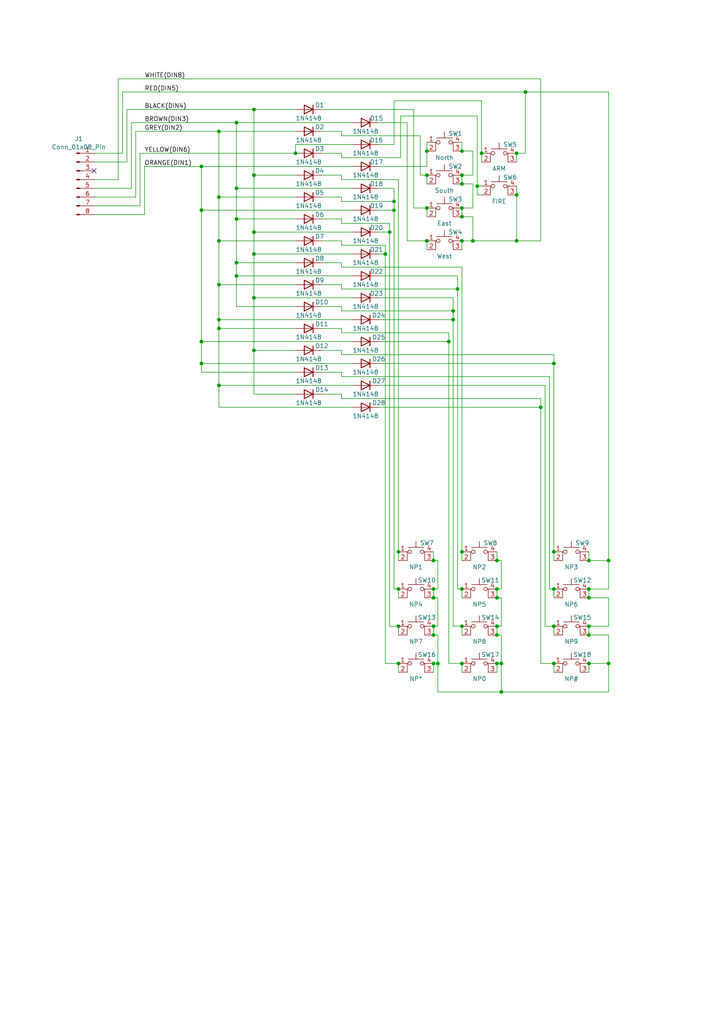
<source format=kicad_sch>
(kicad_sch
	(version 20231120)
	(generator "eeschema")
	(generator_version "8.0")
	(uuid "40c80e53-1054-463e-9f73-45c979379d2f")
	(paper "A4" portrait)
	(lib_symbols
		(symbol "Connector:Conn_01x08_Pin"
			(pin_names
				(offset 1.016) hide)
			(exclude_from_sim no)
			(in_bom yes)
			(on_board yes)
			(property "Reference" "J"
				(at 0 10.16 0)
				(effects
					(font
						(size 1.27 1.27)
					)
				)
			)
			(property "Value" "Conn_01x08_Pin"
				(at 0 -12.7 0)
				(effects
					(font
						(size 1.27 1.27)
					)
				)
			)
			(property "Footprint" ""
				(at 0 0 0)
				(effects
					(font
						(size 1.27 1.27)
					)
					(hide yes)
				)
			)
			(property "Datasheet" "~"
				(at 0 0 0)
				(effects
					(font
						(size 1.27 1.27)
					)
					(hide yes)
				)
			)
			(property "Description" "Generic connector, single row, 01x08, script generated"
				(at 0 0 0)
				(effects
					(font
						(size 1.27 1.27)
					)
					(hide yes)
				)
			)
			(property "ki_locked" ""
				(at 0 0 0)
				(effects
					(font
						(size 1.27 1.27)
					)
				)
			)
			(property "ki_keywords" "connector"
				(at 0 0 0)
				(effects
					(font
						(size 1.27 1.27)
					)
					(hide yes)
				)
			)
			(property "ki_fp_filters" "Connector*:*_1x??_*"
				(at 0 0 0)
				(effects
					(font
						(size 1.27 1.27)
					)
					(hide yes)
				)
			)
			(symbol "Conn_01x08_Pin_1_1"
				(polyline
					(pts
						(xy 1.27 -10.16) (xy 0.8636 -10.16)
					)
					(stroke
						(width 0.1524)
						(type default)
					)
					(fill
						(type none)
					)
				)
				(polyline
					(pts
						(xy 1.27 -7.62) (xy 0.8636 -7.62)
					)
					(stroke
						(width 0.1524)
						(type default)
					)
					(fill
						(type none)
					)
				)
				(polyline
					(pts
						(xy 1.27 -5.08) (xy 0.8636 -5.08)
					)
					(stroke
						(width 0.1524)
						(type default)
					)
					(fill
						(type none)
					)
				)
				(polyline
					(pts
						(xy 1.27 -2.54) (xy 0.8636 -2.54)
					)
					(stroke
						(width 0.1524)
						(type default)
					)
					(fill
						(type none)
					)
				)
				(polyline
					(pts
						(xy 1.27 0) (xy 0.8636 0)
					)
					(stroke
						(width 0.1524)
						(type default)
					)
					(fill
						(type none)
					)
				)
				(polyline
					(pts
						(xy 1.27 2.54) (xy 0.8636 2.54)
					)
					(stroke
						(width 0.1524)
						(type default)
					)
					(fill
						(type none)
					)
				)
				(polyline
					(pts
						(xy 1.27 5.08) (xy 0.8636 5.08)
					)
					(stroke
						(width 0.1524)
						(type default)
					)
					(fill
						(type none)
					)
				)
				(polyline
					(pts
						(xy 1.27 7.62) (xy 0.8636 7.62)
					)
					(stroke
						(width 0.1524)
						(type default)
					)
					(fill
						(type none)
					)
				)
				(rectangle
					(start 0.8636 -10.033)
					(end 0 -10.287)
					(stroke
						(width 0.1524)
						(type default)
					)
					(fill
						(type outline)
					)
				)
				(rectangle
					(start 0.8636 -7.493)
					(end 0 -7.747)
					(stroke
						(width 0.1524)
						(type default)
					)
					(fill
						(type outline)
					)
				)
				(rectangle
					(start 0.8636 -4.953)
					(end 0 -5.207)
					(stroke
						(width 0.1524)
						(type default)
					)
					(fill
						(type outline)
					)
				)
				(rectangle
					(start 0.8636 -2.413)
					(end 0 -2.667)
					(stroke
						(width 0.1524)
						(type default)
					)
					(fill
						(type outline)
					)
				)
				(rectangle
					(start 0.8636 0.127)
					(end 0 -0.127)
					(stroke
						(width 0.1524)
						(type default)
					)
					(fill
						(type outline)
					)
				)
				(rectangle
					(start 0.8636 2.667)
					(end 0 2.413)
					(stroke
						(width 0.1524)
						(type default)
					)
					(fill
						(type outline)
					)
				)
				(rectangle
					(start 0.8636 5.207)
					(end 0 4.953)
					(stroke
						(width 0.1524)
						(type default)
					)
					(fill
						(type outline)
					)
				)
				(rectangle
					(start 0.8636 7.747)
					(end 0 7.493)
					(stroke
						(width 0.1524)
						(type default)
					)
					(fill
						(type outline)
					)
				)
				(pin passive line
					(at 5.08 7.62 180)
					(length 3.81)
					(name "Pin_1"
						(effects
							(font
								(size 1.27 1.27)
							)
						)
					)
					(number "1"
						(effects
							(font
								(size 1.27 1.27)
							)
						)
					)
				)
				(pin passive line
					(at 5.08 5.08 180)
					(length 3.81)
					(name "Pin_2"
						(effects
							(font
								(size 1.27 1.27)
							)
						)
					)
					(number "2"
						(effects
							(font
								(size 1.27 1.27)
							)
						)
					)
				)
				(pin passive line
					(at 5.08 2.54 180)
					(length 3.81)
					(name "Pin_3"
						(effects
							(font
								(size 1.27 1.27)
							)
						)
					)
					(number "3"
						(effects
							(font
								(size 1.27 1.27)
							)
						)
					)
				)
				(pin passive line
					(at 5.08 0 180)
					(length 3.81)
					(name "Pin_4"
						(effects
							(font
								(size 1.27 1.27)
							)
						)
					)
					(number "4"
						(effects
							(font
								(size 1.27 1.27)
							)
						)
					)
				)
				(pin passive line
					(at 5.08 -2.54 180)
					(length 3.81)
					(name "Pin_5"
						(effects
							(font
								(size 1.27 1.27)
							)
						)
					)
					(number "5"
						(effects
							(font
								(size 1.27 1.27)
							)
						)
					)
				)
				(pin passive line
					(at 5.08 -5.08 180)
					(length 3.81)
					(name "Pin_6"
						(effects
							(font
								(size 1.27 1.27)
							)
						)
					)
					(number "6"
						(effects
							(font
								(size 1.27 1.27)
							)
						)
					)
				)
				(pin passive line
					(at 5.08 -7.62 180)
					(length 3.81)
					(name "Pin_7"
						(effects
							(font
								(size 1.27 1.27)
							)
						)
					)
					(number "7"
						(effects
							(font
								(size 1.27 1.27)
							)
						)
					)
				)
				(pin passive line
					(at 5.08 -10.16 180)
					(length 3.81)
					(name "Pin_8"
						(effects
							(font
								(size 1.27 1.27)
							)
						)
					)
					(number "8"
						(effects
							(font
								(size 1.27 1.27)
							)
						)
					)
				)
			)
		)
		(symbol "Diode:1N4148"
			(pin_numbers hide)
			(pin_names hide)
			(exclude_from_sim no)
			(in_bom yes)
			(on_board yes)
			(property "Reference" "D"
				(at 0 2.54 0)
				(effects
					(font
						(size 1.27 1.27)
					)
				)
			)
			(property "Value" "1N4148"
				(at 0 -2.54 0)
				(effects
					(font
						(size 1.27 1.27)
					)
				)
			)
			(property "Footprint" "Diode_THT:D_DO-35_SOD27_P7.62mm_Horizontal"
				(at 0 0 0)
				(effects
					(font
						(size 1.27 1.27)
					)
					(hide yes)
				)
			)
			(property "Datasheet" "https://assets.nexperia.com/documents/data-sheet/1N4148_1N4448.pdf"
				(at 0 0 0)
				(effects
					(font
						(size 1.27 1.27)
					)
					(hide yes)
				)
			)
			(property "Description" "100V 0.15A standard switching diode, DO-35"
				(at 0 0 0)
				(effects
					(font
						(size 1.27 1.27)
					)
					(hide yes)
				)
			)
			(property "Sim.Device" "D"
				(at 0 0 0)
				(effects
					(font
						(size 1.27 1.27)
					)
					(hide yes)
				)
			)
			(property "Sim.Pins" "1=K 2=A"
				(at 0 0 0)
				(effects
					(font
						(size 1.27 1.27)
					)
					(hide yes)
				)
			)
			(property "ki_keywords" "diode"
				(at 0 0 0)
				(effects
					(font
						(size 1.27 1.27)
					)
					(hide yes)
				)
			)
			(property "ki_fp_filters" "D*DO?35*"
				(at 0 0 0)
				(effects
					(font
						(size 1.27 1.27)
					)
					(hide yes)
				)
			)
			(symbol "1N4148_0_1"
				(polyline
					(pts
						(xy -1.27 1.27) (xy -1.27 -1.27)
					)
					(stroke
						(width 0.254)
						(type default)
					)
					(fill
						(type none)
					)
				)
				(polyline
					(pts
						(xy 1.27 0) (xy -1.27 0)
					)
					(stroke
						(width 0)
						(type default)
					)
					(fill
						(type none)
					)
				)
				(polyline
					(pts
						(xy 1.27 1.27) (xy 1.27 -1.27) (xy -1.27 0) (xy 1.27 1.27)
					)
					(stroke
						(width 0.254)
						(type default)
					)
					(fill
						(type none)
					)
				)
			)
			(symbol "1N4148_1_1"
				(pin passive line
					(at -3.81 0 0)
					(length 2.54)
					(name "K"
						(effects
							(font
								(size 1.27 1.27)
							)
						)
					)
					(number "1"
						(effects
							(font
								(size 1.27 1.27)
							)
						)
					)
				)
				(pin passive line
					(at 3.81 0 180)
					(length 2.54)
					(name "A"
						(effects
							(font
								(size 1.27 1.27)
							)
						)
					)
					(number "2"
						(effects
							(font
								(size 1.27 1.27)
							)
						)
					)
				)
			)
		)
		(symbol "Switch:SW_MEC_5E"
			(pin_names
				(offset 1.016) hide)
			(exclude_from_sim no)
			(in_bom yes)
			(on_board yes)
			(property "Reference" "SW"
				(at 0.635 5.715 0)
				(effects
					(font
						(size 1.27 1.27)
					)
					(justify left)
				)
			)
			(property "Value" "SW_MEC_5E"
				(at 0 -3.175 0)
				(effects
					(font
						(size 1.27 1.27)
					)
				)
			)
			(property "Footprint" ""
				(at 0 7.62 0)
				(effects
					(font
						(size 1.27 1.27)
					)
					(hide yes)
				)
			)
			(property "Datasheet" "http://www.apem.com/int/index.php?controller=attachment&id_attachment=1371"
				(at 0 7.62 0)
				(effects
					(font
						(size 1.27 1.27)
					)
					(hide yes)
				)
			)
			(property "Description" "MEC 5E single pole normally-open tactile switch"
				(at 0 0 0)
				(effects
					(font
						(size 1.27 1.27)
					)
					(hide yes)
				)
			)
			(property "ki_keywords" "switch normally-open pushbutton push-button"
				(at 0 0 0)
				(effects
					(font
						(size 1.27 1.27)
					)
					(hide yes)
				)
			)
			(property "ki_fp_filters" "SW*MEC*5G*"
				(at 0 0 0)
				(effects
					(font
						(size 1.27 1.27)
					)
					(hide yes)
				)
			)
			(symbol "SW_MEC_5E_0_1"
				(circle
					(center -1.778 2.54)
					(radius 0.508)
					(stroke
						(width 0)
						(type default)
					)
					(fill
						(type none)
					)
				)
				(polyline
					(pts
						(xy -2.286 3.81) (xy 2.286 3.81)
					)
					(stroke
						(width 0)
						(type default)
					)
					(fill
						(type none)
					)
				)
				(polyline
					(pts
						(xy 0 3.81) (xy 0 5.588)
					)
					(stroke
						(width 0)
						(type default)
					)
					(fill
						(type none)
					)
				)
				(polyline
					(pts
						(xy -2.54 0) (xy -2.54 2.54) (xy -2.286 2.54)
					)
					(stroke
						(width 0)
						(type default)
					)
					(fill
						(type none)
					)
				)
				(polyline
					(pts
						(xy 2.54 0) (xy 2.54 2.54) (xy 2.286 2.54)
					)
					(stroke
						(width 0)
						(type default)
					)
					(fill
						(type none)
					)
				)
				(circle
					(center 1.778 2.54)
					(radius 0.508)
					(stroke
						(width 0)
						(type default)
					)
					(fill
						(type none)
					)
				)
				(pin passive line
					(at -5.08 2.54 0)
					(length 2.54)
					(name "1"
						(effects
							(font
								(size 1.27 1.27)
							)
						)
					)
					(number "1"
						(effects
							(font
								(size 1.27 1.27)
							)
						)
					)
				)
				(pin passive line
					(at -5.08 0 0)
					(length 2.54)
					(name "2"
						(effects
							(font
								(size 1.27 1.27)
							)
						)
					)
					(number "2"
						(effects
							(font
								(size 1.27 1.27)
							)
						)
					)
				)
				(pin passive line
					(at 5.08 0 180)
					(length 2.54)
					(name "K"
						(effects
							(font
								(size 1.27 1.27)
							)
						)
					)
					(number "3"
						(effects
							(font
								(size 1.27 1.27)
							)
						)
					)
				)
				(pin passive line
					(at 5.08 2.54 180)
					(length 2.54)
					(name "A"
						(effects
							(font
								(size 1.27 1.27)
							)
						)
					)
					(number "4"
						(effects
							(font
								(size 1.27 1.27)
							)
						)
					)
				)
			)
		)
	)
	(junction
		(at 144.145 184.15)
		(diameter 0)
		(color 0 0 0 0)
		(uuid "0aeadb25-22fb-4be6-be36-7464abd6a75e")
	)
	(junction
		(at 137.16 69.85)
		(diameter 0)
		(color 0 0 0 0)
		(uuid "0bd8c8bd-d764-41d2-a81f-0d89de659f7e")
	)
	(junction
		(at 125.73 162.56)
		(diameter 0)
		(color 0 0 0 0)
		(uuid "0beb09dd-6117-4cc0-8128-e59a3f3dee0e")
	)
	(junction
		(at 73.66 86.36)
		(diameter 0)
		(color 0 0 0 0)
		(uuid "0de79e2c-d7e6-46d7-99a9-21c219ce16a0")
	)
	(junction
		(at 127 192.405)
		(diameter 0)
		(color 0 0 0 0)
		(uuid "0f0e5536-4159-4b6c-a4fe-393fb5386ed6")
	)
	(junction
		(at 114.3 60.96)
		(diameter 0)
		(color 0 0 0 0)
		(uuid "0f39a10c-400b-471c-8302-5648cfba6954")
	)
	(junction
		(at 125.73 173.355)
		(diameter 0)
		(color 0 0 0 0)
		(uuid "11fc615d-bfea-4015-bd04-5b963dc826b8")
	)
	(junction
		(at 170.815 192.405)
		(diameter 0)
		(color 0 0 0 0)
		(uuid "13569534-cb37-47bc-86a4-4e9f96eace1c")
	)
	(junction
		(at 160.655 192.405)
		(diameter 0)
		(color 0 0 0 0)
		(uuid "13f325bb-b7a4-452d-8437-d8bb02767f23")
	)
	(junction
		(at 73.66 50.8)
		(diameter 0)
		(color 0 0 0 0)
		(uuid "1465d10f-d1bf-4733-9af6-ea41d80ed965")
	)
	(junction
		(at 123.825 43.815)
		(diameter 0)
		(color 0 0 0 0)
		(uuid "18f862e0-59dc-4d5c-9ce7-e4850da65032")
	)
	(junction
		(at 149.86 56.515)
		(diameter 0)
		(color 0 0 0 0)
		(uuid "19284046-568c-4b38-9cc3-a40b206eeb14")
	)
	(junction
		(at 133.985 50.8)
		(diameter 0)
		(color 0 0 0 0)
		(uuid "1b94a25f-e70f-4d1e-98cc-8bd215d3d37e")
	)
	(junction
		(at 125.73 192.405)
		(diameter 0)
		(color 0 0 0 0)
		(uuid "23fc9c9e-64cc-420f-ac3c-4e4b8e027e2c")
	)
	(junction
		(at 68.58 80.01)
		(diameter 0)
		(color 0 0 0 0)
		(uuid "269a8475-5ee3-484d-a312-6ab5cd0c6624")
	)
	(junction
		(at 73.66 101.6)
		(diameter 0)
		(color 0 0 0 0)
		(uuid "29b058f4-3891-48aa-8bd7-f961902ae405")
	)
	(junction
		(at 133.985 43.815)
		(diameter 0)
		(color 0 0 0 0)
		(uuid "31e082c4-dc4a-4ff6-930a-65fa6a3cbc97")
	)
	(junction
		(at 133.985 62.865)
		(diameter 0)
		(color 0 0 0 0)
		(uuid "36dfd41a-2505-4bd5-84c3-3ed34956a67a")
	)
	(junction
		(at 160.655 160.02)
		(diameter 0)
		(color 0 0 0 0)
		(uuid "39df3afd-86ae-43ab-9d8b-35b0fa50f716")
	)
	(junction
		(at 160.655 181.61)
		(diameter 0)
		(color 0 0 0 0)
		(uuid "3a3ae779-1abe-4ca8-8953-cf2aed4d513c")
	)
	(junction
		(at 63.5 111.76)
		(diameter 0)
		(color 0 0 0 0)
		(uuid "3b3069e6-3c51-40ed-9d06-77a88d31760a")
	)
	(junction
		(at 125.73 184.15)
		(diameter 0)
		(color 0 0 0 0)
		(uuid "3c3f9ff6-3c6d-4898-b03f-2c8d44001ba6")
	)
	(junction
		(at 170.815 181.61)
		(diameter 0)
		(color 0 0 0 0)
		(uuid "40cdc45d-9271-40b7-98a4-7373938949df")
	)
	(junction
		(at 133.985 192.405)
		(diameter 0)
		(color 0 0 0 0)
		(uuid "4189b42d-daa4-41da-92ef-65c35c98d5e1")
	)
	(junction
		(at 133.985 69.85)
		(diameter 0)
		(color 0 0 0 0)
		(uuid "4aa2815c-eff8-47be-bf59-a2426af07dac")
	)
	(junction
		(at 115.57 170.815)
		(diameter 0)
		(color 0 0 0 0)
		(uuid "4c38fd78-3cee-4431-904d-9229b496e545")
	)
	(junction
		(at 63.5 82.55)
		(diameter 0)
		(color 0 0 0 0)
		(uuid "5209b759-a9e5-444a-b705-822df187ef13")
	)
	(junction
		(at 68.58 63.5)
		(diameter 0)
		(color 0 0 0 0)
		(uuid "5260653d-e572-449a-8c31-f74e5610cfad")
	)
	(junction
		(at 58.42 99.06)
		(diameter 0)
		(color 0 0 0 0)
		(uuid "53501b53-6aa0-496f-ac4a-2eb0f9ba59fd")
	)
	(junction
		(at 113.03 67.31)
		(diameter 0)
		(color 0 0 0 0)
		(uuid "5961d34d-1f0c-4b59-9f1f-316f8c563b3d")
	)
	(junction
		(at 123.825 69.85)
		(diameter 0)
		(color 0 0 0 0)
		(uuid "5add611f-265c-408f-b03d-5de3b793ae13")
	)
	(junction
		(at 115.57 192.405)
		(diameter 0)
		(color 0 0 0 0)
		(uuid "5ebe6244-aae4-48aa-b5d7-a0bbb1816a83")
	)
	(junction
		(at 130.175 99.06)
		(diameter 0)
		(color 0 0 0 0)
		(uuid "610910e2-d9c6-4d51-9e4b-14619ad4f2a6")
	)
	(junction
		(at 63.5 38.1)
		(diameter 0)
		(color 0 0 0 0)
		(uuid "6115561c-7589-44ab-bf58-7134bbbcb4cb")
	)
	(junction
		(at 63.5 92.71)
		(diameter 0)
		(color 0 0 0 0)
		(uuid "627a13ed-8571-4072-9cc8-13b866d4017b")
	)
	(junction
		(at 125.73 181.61)
		(diameter 0)
		(color 0 0 0 0)
		(uuid "62d261e8-afdf-404e-b396-614cefb5ced5")
	)
	(junction
		(at 68.58 54.61)
		(diameter 0)
		(color 0 0 0 0)
		(uuid "6d9b7cf1-c782-4859-b264-f4fe721ff123")
	)
	(junction
		(at 160.655 170.815)
		(diameter 0)
		(color 0 0 0 0)
		(uuid "6da14055-97a5-4c5a-a57c-7aded866e835")
	)
	(junction
		(at 170.815 173.355)
		(diameter 0)
		(color 0 0 0 0)
		(uuid "7515f41f-970e-4703-b151-8955ba396f2b")
	)
	(junction
		(at 149.86 44.45)
		(diameter 0)
		(color 0 0 0 0)
		(uuid "7c40001f-1788-43f8-9d66-e3b882509989")
	)
	(junction
		(at 149.86 69.85)
		(diameter 0)
		(color 0 0 0 0)
		(uuid "89f23786-c7d4-4dd8-b786-6dc4a6802d74")
	)
	(junction
		(at 160.655 105.41)
		(diameter 0)
		(color 0 0 0 0)
		(uuid "8b0dc611-7083-4b39-bfbe-48a7a5795f23")
	)
	(junction
		(at 132.715 83.82)
		(diameter 0)
		(color 0 0 0 0)
		(uuid "8bd3fccb-b801-44dc-ae68-3385d759f2fb")
	)
	(junction
		(at 123.825 60.325)
		(diameter 0)
		(color 0 0 0 0)
		(uuid "8c00c6ff-9963-4ede-83f7-e1bbfa2267fe")
	)
	(junction
		(at 114.3 58.42)
		(diameter 0)
		(color 0 0 0 0)
		(uuid "8f58f235-3f36-4de8-a89a-2486f6831814")
	)
	(junction
		(at 133.985 181.61)
		(diameter 0)
		(color 0 0 0 0)
		(uuid "8fe37680-2fcf-4d42-9f67-d439719eb1d3")
	)
	(junction
		(at 111.76 73.66)
		(diameter 0)
		(color 0 0 0 0)
		(uuid "9208bc61-1de6-45f5-80d3-3bbdb26c3d03")
	)
	(junction
		(at 115.57 181.61)
		(diameter 0)
		(color 0 0 0 0)
		(uuid "95576df0-b1a7-4dc5-be85-5464edc02035")
	)
	(junction
		(at 170.815 170.815)
		(diameter 0)
		(color 0 0 0 0)
		(uuid "95a28024-a24a-41a9-9e81-938a4069041d")
	)
	(junction
		(at 63.5 57.15)
		(diameter 0)
		(color 0 0 0 0)
		(uuid "967f7bf2-05dd-4f9d-bd33-25f14ef505cf")
	)
	(junction
		(at 145.415 192.405)
		(diameter 0)
		(color 0 0 0 0)
		(uuid "9bfaeb35-1187-4505-919e-96cf6052906d")
	)
	(junction
		(at 152.4 26.67)
		(diameter 0)
		(color 0 0 0 0)
		(uuid "9c347266-35d1-4764-a64d-c11ae90a8c67")
	)
	(junction
		(at 176.53 192.405)
		(diameter 0)
		(color 0 0 0 0)
		(uuid "9f0c7673-0be2-4bfe-8062-065fa5d948c0")
	)
	(junction
		(at 58.42 48.26)
		(diameter 0)
		(color 0 0 0 0)
		(uuid "a95a1e39-1880-4604-b2d9-f779b6638aaf")
	)
	(junction
		(at 156.845 118.11)
		(diameter 0)
		(color 0 0 0 0)
		(uuid "aa546430-c00d-4b90-b70c-397b4da90dfb")
	)
	(junction
		(at 68.58 35.56)
		(diameter 0)
		(color 0 0 0 0)
		(uuid "b878b3e0-319e-4d22-8365-7cb636cbdf34")
	)
	(junction
		(at 176.53 162.56)
		(diameter 0)
		(color 0 0 0 0)
		(uuid "b8dd0924-e3c3-4517-b917-d7aaa08d30f8")
	)
	(junction
		(at 63.5 69.85)
		(diameter 0)
		(color 0 0 0 0)
		(uuid "bac68cf5-5e3f-46c5-b6af-015627678df2")
	)
	(junction
		(at 58.42 105.41)
		(diameter 0)
		(color 0 0 0 0)
		(uuid "bd956ed2-a3b1-45a7-af7e-305d06e6a9d2")
	)
	(junction
		(at 139.7 44.45)
		(diameter 0)
		(color 0 0 0 0)
		(uuid "be2f92dc-a16e-4ce7-bb9b-be5b9de97d04")
	)
	(junction
		(at 144.145 162.56)
		(diameter 0)
		(color 0 0 0 0)
		(uuid "c14b62cc-5bb3-44df-a7cd-12a3b89ab66e")
	)
	(junction
		(at 170.815 162.56)
		(diameter 0)
		(color 0 0 0 0)
		(uuid "c5add965-4971-4811-bfa8-b43d7936385d")
	)
	(junction
		(at 123.825 50.8)
		(diameter 0)
		(color 0 0 0 0)
		(uuid "c80ee643-356d-4d04-a86a-f7c26ec80b6e")
	)
	(junction
		(at 131.445 90.17)
		(diameter 0)
		(color 0 0 0 0)
		(uuid "c864af6f-0255-498e-a24b-960203cf7a81")
	)
	(junction
		(at 133.985 60.325)
		(diameter 0)
		(color 0 0 0 0)
		(uuid "cbc0e031-cc88-43b9-acb0-43d0b99c5d98")
	)
	(junction
		(at 133.985 53.34)
		(diameter 0)
		(color 0 0 0 0)
		(uuid "cc51afeb-a5d1-4d27-8b06-f56865b6cfb8")
	)
	(junction
		(at 73.66 31.75)
		(diameter 0)
		(color 0 0 0 0)
		(uuid "d562df99-65c6-469e-8040-41eb4c68eb60")
	)
	(junction
		(at 58.42 60.96)
		(diameter 0)
		(color 0 0 0 0)
		(uuid "d739adc4-b903-4263-b457-52dce250372e")
	)
	(junction
		(at 144.145 170.815)
		(diameter 0)
		(color 0 0 0 0)
		(uuid "d75abe2e-87f8-40bf-b75b-a5c6a6034ecb")
	)
	(junction
		(at 68.58 76.2)
		(diameter 0)
		(color 0 0 0 0)
		(uuid "d9f7a436-8973-4603-9323-f3dfa7ad7d4d")
	)
	(junction
		(at 63.5 95.25)
		(diameter 0)
		(color 0 0 0 0)
		(uuid "db2e7c96-eb06-44a0-843c-c54d44fae0fb")
	)
	(junction
		(at 85.725 44.45)
		(diameter 0)
		(color 0 0 0 0)
		(uuid "dc234c1e-3164-4c7e-bb6d-a61afb2172f7")
	)
	(junction
		(at 115.57 160.02)
		(diameter 0)
		(color 0 0 0 0)
		(uuid "e01e0a2b-b90b-4169-bd67-6cfba57ea77b")
	)
	(junction
		(at 144.145 192.405)
		(diameter 0)
		(color 0 0 0 0)
		(uuid "e200d291-da70-4ef8-86f6-0cb5d86f7525")
	)
	(junction
		(at 125.73 170.815)
		(diameter 0)
		(color 0 0 0 0)
		(uuid "e2e6015e-4604-4736-b56d-20bb666d59d6")
	)
	(junction
		(at 133.985 170.815)
		(diameter 0)
		(color 0 0 0 0)
		(uuid "e419bf82-de55-4844-9e13-2c179af5671a")
	)
	(junction
		(at 73.66 73.66)
		(diameter 0)
		(color 0 0 0 0)
		(uuid "e54fa92b-462f-4f7d-a171-91c428115362")
	)
	(junction
		(at 144.145 181.61)
		(diameter 0)
		(color 0 0 0 0)
		(uuid "e68d50e9-b7df-4254-b5c3-334d661ecc41")
	)
	(junction
		(at 144.145 173.355)
		(diameter 0)
		(color 0 0 0 0)
		(uuid "e6b194ea-80a7-4f9c-b815-143a10dde8d6")
	)
	(junction
		(at 138.43 53.975)
		(diameter 0)
		(color 0 0 0 0)
		(uuid "ec402e20-830a-4718-ac30-3518955a7aee")
	)
	(junction
		(at 73.66 67.31)
		(diameter 0)
		(color 0 0 0 0)
		(uuid "ed4e36b0-9e57-46b6-9812-c21aff0f69d9")
	)
	(junction
		(at 133.985 160.02)
		(diameter 0)
		(color 0 0 0 0)
		(uuid "f24b5d8f-c671-4674-a582-c9f6b6842d24")
	)
	(junction
		(at 145.415 200.66)
		(diameter 0)
		(color 0 0 0 0)
		(uuid "f45a809c-323e-4d98-8564-0f00430e51f7")
	)
	(junction
		(at 131.445 92.71)
		(diameter 0)
		(color 0 0 0 0)
		(uuid "facdaaee-b971-4ef8-a297-b112e09070c0")
	)
	(junction
		(at 170.815 184.15)
		(diameter 0)
		(color 0 0 0 0)
		(uuid "fd82bd41-c1eb-4cd9-ba91-f17b1e397b6a")
	)
	(no_connect
		(at 27.305 49.53)
		(uuid "c9f93c0c-89d1-47b6-a02e-012cd0aa6cca")
	)
	(wire
		(pts
			(xy 109.855 48.26) (xy 123.825 48.26)
		)
		(stroke
			(width 0)
			(type default)
		)
		(uuid "002e4561-092b-4e0d-a92d-12ede862e0ac")
	)
	(wire
		(pts
			(xy 93.345 88.9) (xy 99.06 88.9)
		)
		(stroke
			(width 0)
			(type default)
		)
		(uuid "02165c59-4bc8-470f-a325-633ae0b9f90f")
	)
	(wire
		(pts
			(xy 63.5 82.55) (xy 63.5 92.71)
		)
		(stroke
			(width 0)
			(type default)
		)
		(uuid "03c20b17-e0b3-4e81-997d-495d9b97eee3")
	)
	(wire
		(pts
			(xy 27.305 59.69) (xy 40.64 59.69)
		)
		(stroke
			(width 0)
			(type default)
		)
		(uuid "057aeb9a-d4e6-42ee-8404-a9cb1d4abe36")
	)
	(wire
		(pts
			(xy 93.345 50.8) (xy 99.06 50.8)
		)
		(stroke
			(width 0)
			(type default)
		)
		(uuid "06841035-f814-48df-a22d-f4c2e77c9245")
	)
	(wire
		(pts
			(xy 118.11 35.56) (xy 118.11 69.85)
		)
		(stroke
			(width 0)
			(type default)
		)
		(uuid "07701bb8-5a83-4c8f-811e-e6e06a595e9a")
	)
	(wire
		(pts
			(xy 58.42 48.26) (xy 58.42 60.96)
		)
		(stroke
			(width 0)
			(type default)
		)
		(uuid "07c164aa-e4b7-404b-a28b-d4479bc46cfb")
	)
	(wire
		(pts
			(xy 152.4 26.67) (xy 152.4 44.45)
		)
		(stroke
			(width 0)
			(type default)
		)
		(uuid "084bd288-81de-4406-a04d-1cbf20fd7685")
	)
	(wire
		(pts
			(xy 130.175 96.52) (xy 99.06 96.52)
		)
		(stroke
			(width 0)
			(type default)
		)
		(uuid "08f74565-c139-43ab-b964-9c24da658024")
	)
	(wire
		(pts
			(xy 137.16 50.8) (xy 133.985 50.8)
		)
		(stroke
			(width 0)
			(type default)
		)
		(uuid "0a2ea7e4-7d21-405d-96b8-a2a7d4b002ea")
	)
	(wire
		(pts
			(xy 102.235 41.91) (xy 85.725 41.91)
		)
		(stroke
			(width 0)
			(type default)
		)
		(uuid "0b9dfc59-3fe0-4571-8b7d-01485d8b3ac6")
	)
	(wire
		(pts
			(xy 109.855 118.11) (xy 156.845 118.11)
		)
		(stroke
			(width 0)
			(type default)
		)
		(uuid "0ce936a8-f98c-48ad-8727-544d704b7dd4")
	)
	(wire
		(pts
			(xy 176.53 173.355) (xy 176.53 181.61)
		)
		(stroke
			(width 0)
			(type default)
		)
		(uuid "0fa61d51-2620-4a43-b09d-ceebd410a2cd")
	)
	(wire
		(pts
			(xy 73.66 31.75) (xy 85.725 31.75)
		)
		(stroke
			(width 0)
			(type default)
		)
		(uuid "102ed21a-714c-4d82-b2a5-760b8d6146ef")
	)
	(wire
		(pts
			(xy 127 173.355) (xy 127 181.61)
		)
		(stroke
			(width 0)
			(type default)
		)
		(uuid "1160399e-21ef-42ec-9c82-dfb04e991213")
	)
	(wire
		(pts
			(xy 73.66 31.75) (xy 73.66 50.8)
		)
		(stroke
			(width 0)
			(type default)
		)
		(uuid "1430cf66-8f31-4aac-a095-c7c543b3fff2")
	)
	(wire
		(pts
			(xy 127 181.61) (xy 125.73 181.61)
		)
		(stroke
			(width 0)
			(type default)
		)
		(uuid "14ec2d63-5955-47b4-a409-df246bf9361b")
	)
	(wire
		(pts
			(xy 99.06 109.22) (xy 99.06 107.95)
		)
		(stroke
			(width 0)
			(type default)
		)
		(uuid "15a59989-b95d-4b34-865e-b27d1f81e35e")
	)
	(wire
		(pts
			(xy 63.5 111.76) (xy 63.5 118.11)
		)
		(stroke
			(width 0)
			(type default)
		)
		(uuid "172f8704-0809-466b-add6-15fce48cfb7f")
	)
	(wire
		(pts
			(xy 170.815 181.61) (xy 170.815 184.15)
		)
		(stroke
			(width 0)
			(type default)
		)
		(uuid "186606a1-d308-4a26-a6d1-8350f70606de")
	)
	(wire
		(pts
			(xy 144.145 170.815) (xy 145.415 170.815)
		)
		(stroke
			(width 0)
			(type default)
		)
		(uuid "192c5bd0-4129-49ff-a65c-10ad0321c67a")
	)
	(wire
		(pts
			(xy 160.655 170.815) (xy 160.655 173.355)
		)
		(stroke
			(width 0)
			(type default)
		)
		(uuid "198e8a0a-3d54-4b55-bff3-5231bd828e77")
	)
	(wire
		(pts
			(xy 137.16 60.325) (xy 137.16 53.34)
		)
		(stroke
			(width 0)
			(type default)
		)
		(uuid "19a5d960-0769-41fb-9f33-c5ec16360ef9")
	)
	(wire
		(pts
			(xy 176.53 170.815) (xy 170.815 170.815)
		)
		(stroke
			(width 0)
			(type default)
		)
		(uuid "19eb966e-bdf2-48cc-8fd0-d89f3afa790c")
	)
	(wire
		(pts
			(xy 132.715 83.82) (xy 99.06 83.82)
		)
		(stroke
			(width 0)
			(type default)
		)
		(uuid "1bec459e-2b84-4849-8119-58b0e31fc45b")
	)
	(wire
		(pts
			(xy 68.58 35.56) (xy 102.235 35.56)
		)
		(stroke
			(width 0)
			(type default)
		)
		(uuid "1cd2d4cf-dda8-4b00-b6b1-34fedcd7b92e")
	)
	(wire
		(pts
			(xy 127 200.66) (xy 145.415 200.66)
		)
		(stroke
			(width 0)
			(type default)
		)
		(uuid "210b604c-daa8-4bf6-9512-82c811c9c466")
	)
	(wire
		(pts
			(xy 137.16 60.325) (xy 133.985 60.325)
		)
		(stroke
			(width 0)
			(type default)
		)
		(uuid "215746d7-726e-4ddf-85e7-47d16c921c76")
	)
	(wire
		(pts
			(xy 99.06 102.87) (xy 99.06 101.6)
		)
		(stroke
			(width 0)
			(type default)
		)
		(uuid "2231aec9-41f3-4319-b2b6-e0d23e903fbc")
	)
	(wire
		(pts
			(xy 35.56 44.45) (xy 35.56 26.67)
		)
		(stroke
			(width 0)
			(type default)
		)
		(uuid "224d6f94-a714-4567-b002-ba9cc1e6ca4c")
	)
	(wire
		(pts
			(xy 145.415 181.61) (xy 144.145 181.61)
		)
		(stroke
			(width 0)
			(type default)
		)
		(uuid "2475d5d7-9dfa-4cea-ae76-7169ee1821ca")
	)
	(wire
		(pts
			(xy 130.175 99.06) (xy 109.855 99.06)
		)
		(stroke
			(width 0)
			(type default)
		)
		(uuid "24e1e4ef-2109-4fda-82e4-50a2ce2957e3")
	)
	(wire
		(pts
			(xy 133.985 160.02) (xy 133.985 77.47)
		)
		(stroke
			(width 0)
			(type default)
		)
		(uuid "25e102a2-c9cd-4c07-9d3d-189cc252a478")
	)
	(wire
		(pts
			(xy 85.725 88.9) (xy 68.58 88.9)
		)
		(stroke
			(width 0)
			(type default)
		)
		(uuid "265c4419-d1da-4ddf-a440-ced45a32adb3")
	)
	(wire
		(pts
			(xy 145.415 162.56) (xy 144.145 162.56)
		)
		(stroke
			(width 0)
			(type default)
		)
		(uuid "266c5682-5dc6-4777-9dd3-683eaa190203")
	)
	(wire
		(pts
			(xy 131.445 92.71) (xy 131.445 181.61)
		)
		(stroke
			(width 0)
			(type default)
		)
		(uuid "27e8faa1-6fcb-4514-857d-d5e4fa56b96c")
	)
	(wire
		(pts
			(xy 176.53 184.15) (xy 176.53 192.405)
		)
		(stroke
			(width 0)
			(type default)
		)
		(uuid "28753577-411a-4299-898b-7898d04c0ba1")
	)
	(wire
		(pts
			(xy 99.06 63.5) (xy 93.345 63.5)
		)
		(stroke
			(width 0)
			(type default)
		)
		(uuid "29d9b309-f15c-4029-9d85-68ef0f1d26c6")
	)
	(wire
		(pts
			(xy 118.11 69.85) (xy 123.825 69.85)
		)
		(stroke
			(width 0)
			(type default)
		)
		(uuid "2c51c90c-daea-4a28-b9a6-0c76b02f9b5f")
	)
	(wire
		(pts
			(xy 156.845 118.11) (xy 156.845 192.405)
		)
		(stroke
			(width 0)
			(type default)
		)
		(uuid "2ea036b1-68d5-46d4-bfb1-5021750140fc")
	)
	(wire
		(pts
			(xy 133.985 192.405) (xy 130.175 192.405)
		)
		(stroke
			(width 0)
			(type default)
		)
		(uuid "2ee3980d-9a1d-4195-9fce-08a878501468")
	)
	(wire
		(pts
			(xy 113.03 181.61) (xy 115.57 181.61)
		)
		(stroke
			(width 0)
			(type default)
		)
		(uuid "2f2a5f13-cf32-45f9-8b7b-eb9a489cf97a")
	)
	(wire
		(pts
			(xy 102.235 118.11) (xy 63.5 118.11)
		)
		(stroke
			(width 0)
			(type default)
		)
		(uuid "2f983db6-f042-4dda-bb9e-fabc19abc57a")
	)
	(wire
		(pts
			(xy 40.64 44.45) (xy 85.725 44.45)
		)
		(stroke
			(width 0)
			(type default)
		)
		(uuid "30f1d590-c69c-4d1d-9af5-5c92d218c29c")
	)
	(wire
		(pts
			(xy 99.06 44.45) (xy 99.06 45.72)
		)
		(stroke
			(width 0)
			(type default)
		)
		(uuid "320c5c23-9b0c-42f4-8e18-0d2e7dd6471f")
	)
	(wire
		(pts
			(xy 138.43 53.975) (xy 138.43 56.515)
		)
		(stroke
			(width 0)
			(type default)
		)
		(uuid "3830fdb2-e3cb-4085-82a6-f08ddd25185c")
	)
	(wire
		(pts
			(xy 102.235 80.01) (xy 68.58 80.01)
		)
		(stroke
			(width 0)
			(type default)
		)
		(uuid "390c4971-06b5-4512-a20e-14c729f56f6d")
	)
	(wire
		(pts
			(xy 144.145 192.405) (xy 145.415 192.405)
		)
		(stroke
			(width 0)
			(type default)
		)
		(uuid "3970ce08-71df-4d8f-906e-717dc4c14dda")
	)
	(wire
		(pts
			(xy 73.66 50.8) (xy 73.66 67.31)
		)
		(stroke
			(width 0)
			(type default)
		)
		(uuid "3bb29089-172c-4545-97d1-7375dab59185")
	)
	(wire
		(pts
			(xy 99.06 38.1) (xy 99.06 39.37)
		)
		(stroke
			(width 0)
			(type default)
		)
		(uuid "3cce193b-7ff2-48cd-ab18-0881b988dd92")
	)
	(wire
		(pts
			(xy 99.06 82.55) (xy 93.345 82.55)
		)
		(stroke
			(width 0)
			(type default)
		)
		(uuid "3d013bcc-7cf9-4b71-9ea9-abe9c1c5f954")
	)
	(wire
		(pts
			(xy 113.03 64.77) (xy 113.03 67.31)
		)
		(stroke
			(width 0)
			(type default)
		)
		(uuid "3ded311d-9988-45e9-b796-a78450e274aa")
	)
	(wire
		(pts
			(xy 99.06 76.2) (xy 93.345 76.2)
		)
		(stroke
			(width 0)
			(type default)
		)
		(uuid "4169806b-9ce2-4d5c-98b1-11ad7e40d3aa")
	)
	(wire
		(pts
			(xy 144.145 181.61) (xy 144.145 184.15)
		)
		(stroke
			(width 0)
			(type default)
		)
		(uuid "4333657d-6f5c-4e0d-a293-9378b93feea7")
	)
	(wire
		(pts
			(xy 114.3 170.815) (xy 115.57 170.815)
		)
		(stroke
			(width 0)
			(type default)
		)
		(uuid "45aa325e-bf6f-4958-9aa8-ca3621b0dd1f")
	)
	(wire
		(pts
			(xy 156.845 69.85) (xy 149.86 69.85)
		)
		(stroke
			(width 0)
			(type default)
		)
		(uuid "4619ef43-0218-47e5-99b2-85763e5093aa")
	)
	(wire
		(pts
			(xy 160.655 105.41) (xy 160.655 160.02)
		)
		(stroke
			(width 0)
			(type default)
		)
		(uuid "472f5b26-33f1-4972-ac31-ed83a9ae3e85")
	)
	(wire
		(pts
			(xy 27.305 46.99) (xy 36.83 46.99)
		)
		(stroke
			(width 0)
			(type default)
		)
		(uuid "481b6846-59b0-495e-bc45-4b8c79a3c3a4")
	)
	(wire
		(pts
			(xy 145.415 173.355) (xy 144.145 173.355)
		)
		(stroke
			(width 0)
			(type default)
		)
		(uuid "4aafd67d-d1e2-4c73-bf95-91e7762b71e3")
	)
	(wire
		(pts
			(xy 93.345 31.75) (xy 120.015 31.75)
		)
		(stroke
			(width 0)
			(type default)
		)
		(uuid "4b95a9fe-6b38-415f-bc6c-716755b769fd")
	)
	(wire
		(pts
			(xy 58.42 107.95) (xy 58.42 105.41)
		)
		(stroke
			(width 0)
			(type default)
		)
		(uuid "4b9fdf22-8a20-43b0-bedc-dfe9c914c51f")
	)
	(wire
		(pts
			(xy 63.5 57.15) (xy 63.5 69.85)
		)
		(stroke
			(width 0)
			(type default)
		)
		(uuid "4dafd321-197c-485d-9f26-8d7bead30274")
	)
	(wire
		(pts
			(xy 170.815 160.02) (xy 170.815 162.56)
		)
		(stroke
			(width 0)
			(type default)
		)
		(uuid "4e27e162-c048-4538-a8fb-5ae2f928c1da")
	)
	(wire
		(pts
			(xy 99.06 57.15) (xy 99.06 58.42)
		)
		(stroke
			(width 0)
			(type default)
		)
		(uuid "4e2a53cd-fe7a-4630-aab3-1b35d58c5d4f")
	)
	(wire
		(pts
			(xy 63.5 57.15) (xy 63.5 38.1)
		)
		(stroke
			(width 0)
			(type default)
		)
		(uuid "4e2c5834-2831-47f5-a554-d88c888b1ba2")
	)
	(wire
		(pts
			(xy 93.345 57.15) (xy 99.06 57.15)
		)
		(stroke
			(width 0)
			(type default)
		)
		(uuid "4ea5e886-fb38-4588-9b5a-9491577e8194")
	)
	(wire
		(pts
			(xy 133.985 62.865) (xy 133.985 60.325)
		)
		(stroke
			(width 0)
			(type default)
		)
		(uuid "4eaec470-6cc5-4335-87fc-e175d2325fb2")
	)
	(wire
		(pts
			(xy 145.415 200.66) (xy 176.53 200.66)
		)
		(stroke
			(width 0)
			(type default)
		)
		(uuid "4ffc9fd1-d36a-4d89-bd1b-93bd71c436fe")
	)
	(wire
		(pts
			(xy 27.305 57.15) (xy 39.37 57.15)
		)
		(stroke
			(width 0)
			(type default)
		)
		(uuid "51204b8e-cdc1-4dc8-a68f-8bff737828ec")
	)
	(wire
		(pts
			(xy 123.825 50.8) (xy 123.825 53.34)
		)
		(stroke
			(width 0)
			(type default)
		)
		(uuid "51e1f3b6-1c83-435f-ba2b-3703b11cc750")
	)
	(wire
		(pts
			(xy 149.86 56.515) (xy 149.86 69.85)
		)
		(stroke
			(width 0)
			(type default)
		)
		(uuid "51f8e69b-c107-4aca-ae12-132e3e8f3d19")
	)
	(wire
		(pts
			(xy 137.16 50.8) (xy 137.16 43.815)
		)
		(stroke
			(width 0)
			(type default)
		)
		(uuid "5617e840-2b09-44d6-9b31-ca47d6a49574")
	)
	(wire
		(pts
			(xy 120.015 60.325) (xy 123.825 60.325)
		)
		(stroke
			(width 0)
			(type default)
		)
		(uuid "5698d9ae-c529-4abc-bcde-afd3239afa75")
	)
	(wire
		(pts
			(xy 68.58 76.2) (xy 68.58 63.5)
		)
		(stroke
			(width 0)
			(type default)
		)
		(uuid "56a97802-7193-4387-be74-e1c79e6e01c4")
	)
	(wire
		(pts
			(xy 145.415 184.15) (xy 144.145 184.15)
		)
		(stroke
			(width 0)
			(type default)
		)
		(uuid "5a24f478-671a-4136-9bc8-7de5aa124156")
	)
	(wire
		(pts
			(xy 123.825 48.26) (xy 123.825 43.815)
		)
		(stroke
			(width 0)
			(type default)
		)
		(uuid "5a58adaf-1135-4c7f-9247-2a03e0532280")
	)
	(wire
		(pts
			(xy 160.655 105.41) (xy 109.855 105.41)
		)
		(stroke
			(width 0)
			(type default)
		)
		(uuid "5c508582-da3c-49c5-9286-6de85aabb044")
	)
	(wire
		(pts
			(xy 137.16 62.865) (xy 133.985 62.865)
		)
		(stroke
			(width 0)
			(type default)
		)
		(uuid "5ca8e92e-aa3c-4f16-96c0-420a807ceb73")
	)
	(wire
		(pts
			(xy 102.235 99.06) (xy 58.42 99.06)
		)
		(stroke
			(width 0)
			(type default)
		)
		(uuid "5da092e1-d7e3-4f1a-984d-af6fb6df2ed8")
	)
	(wire
		(pts
			(xy 99.06 50.8) (xy 99.06 52.07)
		)
		(stroke
			(width 0)
			(type default)
		)
		(uuid "5e1ba260-8e4c-4d20-b660-58093154c612")
	)
	(wire
		(pts
			(xy 99.06 69.85) (xy 93.345 69.85)
		)
		(stroke
			(width 0)
			(type default)
		)
		(uuid "602b5f55-01d5-4cea-959d-cfc04a04f53c")
	)
	(wire
		(pts
			(xy 123.825 60.325) (xy 123.825 62.865)
		)
		(stroke
			(width 0)
			(type default)
		)
		(uuid "605a4627-b5bb-40c2-9fcc-72f9a60c6288")
	)
	(wire
		(pts
			(xy 99.06 95.25) (xy 93.345 95.25)
		)
		(stroke
			(width 0)
			(type default)
		)
		(uuid "605ae205-3eb8-47b6-bc84-0f14ad60069e")
	)
	(wire
		(pts
			(xy 120.015 31.75) (xy 120.015 60.325)
		)
		(stroke
			(width 0)
			(type default)
		)
		(uuid "6154c3b4-fb82-4b5c-b3ed-c018946cc5de")
	)
	(wire
		(pts
			(xy 139.7 44.45) (xy 139.7 46.99)
		)
		(stroke
			(width 0)
			(type default)
		)
		(uuid "61a75682-f83a-4403-be90-9ed8240899cb")
	)
	(wire
		(pts
			(xy 85.725 69.85) (xy 63.5 69.85)
		)
		(stroke
			(width 0)
			(type default)
		)
		(uuid "6256bf2e-127c-4f69-99bd-8628ee15dc52")
	)
	(wire
		(pts
			(xy 127 200.66) (xy 127 192.405)
		)
		(stroke
			(width 0)
			(type default)
		)
		(uuid "636dcdc7-07e6-4b2b-aeea-859c7f1655ae")
	)
	(wire
		(pts
			(xy 127 162.56) (xy 127 170.815)
		)
		(stroke
			(width 0)
			(type default)
		)
		(uuid "636ddb71-173e-44b0-847a-bc0e073a1a65")
	)
	(wire
		(pts
			(xy 137.16 43.815) (xy 133.985 43.815)
		)
		(stroke
			(width 0)
			(type default)
		)
		(uuid "64edca7f-b9bd-46df-b585-566757b3be1d")
	)
	(wire
		(pts
			(xy 170.815 192.405) (xy 170.815 194.945)
		)
		(stroke
			(width 0)
			(type default)
		)
		(uuid "650ada94-8517-4956-9485-f18a700512b6")
	)
	(wire
		(pts
			(xy 109.855 60.96) (xy 114.3 60.96)
		)
		(stroke
			(width 0)
			(type default)
		)
		(uuid "655fd147-46e8-4cbb-bf10-f819b160b1a5")
	)
	(wire
		(pts
			(xy 109.855 54.61) (xy 114.3 54.61)
		)
		(stroke
			(width 0)
			(type default)
		)
		(uuid "670a3b0d-7f9a-4098-8292-863f5126c301")
	)
	(wire
		(pts
			(xy 39.37 57.15) (xy 39.37 38.1)
		)
		(stroke
			(width 0)
			(type default)
		)
		(uuid "69683ecc-cb79-4f9c-8649-a6b11f32f73f")
	)
	(wire
		(pts
			(xy 130.175 96.52) (xy 130.175 99.06)
		)
		(stroke
			(width 0)
			(type default)
		)
		(uuid "69c7aaa6-4986-4bf0-84ca-5ab4500f648d")
	)
	(wire
		(pts
			(xy 160.655 181.61) (xy 160.655 184.15)
		)
		(stroke
			(width 0)
			(type default)
		)
		(uuid "69da25da-f41a-4bee-9773-6b1317696db0")
	)
	(wire
		(pts
			(xy 102.235 86.36) (xy 73.66 86.36)
		)
		(stroke
			(width 0)
			(type default)
		)
		(uuid "6a21764b-0c0a-4738-8213-e5652ad3c7ca")
	)
	(wire
		(pts
			(xy 99.06 45.72) (xy 116.205 45.72)
		)
		(stroke
			(width 0)
			(type default)
		)
		(uuid "6a6d7778-e64a-472f-93e5-e33177ce6166")
	)
	(wire
		(pts
			(xy 63.5 38.1) (xy 85.725 38.1)
		)
		(stroke
			(width 0)
			(type default)
		)
		(uuid "6aa67cb9-26f7-42c8-935f-168c03b6dea1")
	)
	(wire
		(pts
			(xy 145.415 184.15) (xy 145.415 192.405)
		)
		(stroke
			(width 0)
			(type default)
		)
		(uuid "6b8cfe8c-1286-401f-9506-baa45bfa7ac6")
	)
	(wire
		(pts
			(xy 133.985 160.02) (xy 133.985 162.56)
		)
		(stroke
			(width 0)
			(type default)
		)
		(uuid "6baaba88-6521-47b6-b573-b54556f982e2")
	)
	(wire
		(pts
			(xy 160.655 181.61) (xy 158.115 181.61)
		)
		(stroke
			(width 0)
			(type default)
		)
		(uuid "6e7a5e66-872c-43e0-94d4-f934231393c0")
	)
	(wire
		(pts
			(xy 176.53 26.67) (xy 176.53 162.56)
		)
		(stroke
			(width 0)
			(type default)
		)
		(uuid "706ea9d5-6a30-45ea-8983-8e0c6b4d0d30")
	)
	(wire
		(pts
			(xy 114.3 60.96) (xy 114.3 170.815)
		)
		(stroke
			(width 0)
			(type default)
		)
		(uuid "709f1b09-bf79-4ecb-84ce-40079a0b2a47")
	)
	(wire
		(pts
			(xy 102.235 105.41) (xy 58.42 105.41)
		)
		(stroke
			(width 0)
			(type default)
		)
		(uuid "7160bdd0-9cec-481c-bfb6-ca69a4dc05d0")
	)
	(wire
		(pts
			(xy 144.145 170.815) (xy 144.145 173.355)
		)
		(stroke
			(width 0)
			(type default)
		)
		(uuid "730117ff-3a38-4dd0-a8db-65bb6dded432")
	)
	(wire
		(pts
			(xy 85.725 76.2) (xy 68.58 76.2)
		)
		(stroke
			(width 0)
			(type default)
		)
		(uuid "75505e38-8fe1-496f-a836-7863b036e039")
	)
	(wire
		(pts
			(xy 159.385 170.815) (xy 159.385 109.22)
		)
		(stroke
			(width 0)
			(type default)
		)
		(uuid "756f27db-f954-4310-8c99-1fd57af256ce")
	)
	(wire
		(pts
			(xy 125.73 192.405) (xy 125.73 194.945)
		)
		(stroke
			(width 0)
			(type default)
		)
		(uuid "77535287-fd24-4165-adf6-6d6f1d6299ac")
	)
	(wire
		(pts
			(xy 99.06 64.77) (xy 99.06 63.5)
		)
		(stroke
			(width 0)
			(type default)
		)
		(uuid "78933bd0-2f4f-4454-9dbf-a1de1de6a2fe")
	)
	(wire
		(pts
			(xy 149.86 44.45) (xy 149.86 46.99)
		)
		(stroke
			(width 0)
			(type default)
		)
		(uuid "78ca47d6-5135-40dc-b7d6-4b63fc7f4ba0")
	)
	(wire
		(pts
			(xy 139.7 29.21) (xy 139.7 44.45)
		)
		(stroke
			(width 0)
			(type default)
		)
		(uuid "78d19965-c12d-4681-94b6-3ee02df5a469")
	)
	(wire
		(pts
			(xy 127 184.15) (xy 125.73 184.15)
		)
		(stroke
			(width 0)
			(type default)
		)
		(uuid "799c603b-fa38-425b-969d-8b3f67366f91")
	)
	(wire
		(pts
			(xy 85.725 114.3) (xy 73.66 114.3)
		)
		(stroke
			(width 0)
			(type default)
		)
		(uuid "7ab56d02-e8ab-4396-93d8-18ec0851bd2c")
	)
	(wire
		(pts
			(xy 115.57 181.61) (xy 115.57 184.15)
		)
		(stroke
			(width 0)
			(type default)
		)
		(uuid "7c073d96-dc96-4ada-a719-3175fc81bb10")
	)
	(wire
		(pts
			(xy 27.305 54.61) (xy 38.1 54.61)
		)
		(stroke
			(width 0)
			(type default)
		)
		(uuid "7d761b6f-8591-4e39-ac00-05b93786336e")
	)
	(wire
		(pts
			(xy 158.115 181.61) (xy 158.115 111.76)
		)
		(stroke
			(width 0)
			(type default)
		)
		(uuid "7db76603-bfdf-4c76-8224-5a99e5a4757f")
	)
	(wire
		(pts
			(xy 127 170.815) (xy 125.73 170.815)
		)
		(stroke
			(width 0)
			(type default)
		)
		(uuid "7eb48be3-54b2-4b35-807e-833373968a79")
	)
	(wire
		(pts
			(xy 99.06 71.12) (xy 99.06 69.85)
		)
		(stroke
			(width 0)
			(type default)
		)
		(uuid "81459824-d510-4261-94cc-8c835032a1fb")
	)
	(wire
		(pts
			(xy 145.415 173.355) (xy 145.415 181.61)
		)
		(stroke
			(width 0)
			(type default)
		)
		(uuid "837812c6-d839-49d8-b817-33a703f86adf")
	)
	(wire
		(pts
			(xy 138.43 56.515) (xy 139.7 56.515)
		)
		(stroke
			(width 0)
			(type default)
		)
		(uuid "879fe94c-3569-4eab-94ca-72fac38e11cd")
	)
	(wire
		(pts
			(xy 149.86 44.45) (xy 152.4 44.45)
		)
		(stroke
			(width 0)
			(type default)
		)
		(uuid "88b02a43-81b6-4064-a655-9f94de446e17")
	)
	(wire
		(pts
			(xy 116.205 33.655) (xy 138.43 33.655)
		)
		(stroke
			(width 0)
			(type default)
		)
		(uuid "89e39f41-7a4b-4e06-9f82-16840b9e2456")
	)
	(wire
		(pts
			(xy 137.16 69.85) (xy 149.86 69.85)
		)
		(stroke
			(width 0)
			(type default)
		)
		(uuid "8a1d891e-1beb-4440-8bcc-1347617b55b1")
	)
	(wire
		(pts
			(xy 34.29 22.86) (xy 156.845 22.86)
		)
		(stroke
			(width 0)
			(type default)
		)
		(uuid "8a68b591-2d1e-492c-9a82-3e91850323ad")
	)
	(wire
		(pts
			(xy 73.66 50.8) (xy 85.725 50.8)
		)
		(stroke
			(width 0)
			(type default)
		)
		(uuid "8aad08e6-f309-4b3e-b86a-a36b54cb29ff")
	)
	(wire
		(pts
			(xy 102.235 92.71) (xy 63.5 92.71)
		)
		(stroke
			(width 0)
			(type default)
		)
		(uuid "8b58f387-b59f-485c-a701-0c83e45a25c1")
	)
	(wire
		(pts
			(xy 41.91 62.23) (xy 41.91 48.26)
		)
		(stroke
			(width 0)
			(type default)
		)
		(uuid "8c91e691-2caf-43f6-9e2b-694c04be00f2")
	)
	(wire
		(pts
			(xy 123.825 41.275) (xy 123.825 43.815)
		)
		(stroke
			(width 0)
			(type default)
		)
		(uuid "8e0c5eed-2d4c-4235-b0c6-e012f55fd958")
	)
	(wire
		(pts
			(xy 138.43 53.975) (xy 139.7 53.975)
		)
		(stroke
			(width 0)
			(type default)
		)
		(uuid "8e10c437-68d9-4074-bf94-89f21ae3b800")
	)
	(wire
		(pts
			(xy 132.715 83.82) (xy 132.715 170.815)
		)
		(stroke
			(width 0)
			(type default)
		)
		(uuid "8f516b0b-a7a2-480a-9d5b-114b6985cf65")
	)
	(wire
		(pts
			(xy 63.5 69.85) (xy 63.5 82.55)
		)
		(stroke
			(width 0)
			(type default)
		)
		(uuid "8f80ae16-24bf-45a7-8a13-d9479a405220")
	)
	(wire
		(pts
			(xy 99.06 114.3) (xy 93.345 114.3)
		)
		(stroke
			(width 0)
			(type default)
		)
		(uuid "905b705e-d96a-4053-823d-402f8b2ac6d5")
	)
	(wire
		(pts
			(xy 127 184.15) (xy 127 192.405)
		)
		(stroke
			(width 0)
			(type default)
		)
		(uuid "91597cfc-b007-4513-8502-e3334176ba5b")
	)
	(wire
		(pts
			(xy 133.985 77.47) (xy 99.06 77.47)
		)
		(stroke
			(width 0)
			(type default)
		)
		(uuid "92d2bb40-b85c-4a9f-9c68-6e6b97d8a245")
	)
	(wire
		(pts
			(xy 73.66 114.3) (xy 73.66 101.6)
		)
		(stroke
			(width 0)
			(type default)
		)
		(uuid "93547cf1-4e6c-4671-8400-7a79b1beff2d")
	)
	(wire
		(pts
			(xy 36.83 31.75) (xy 73.66 31.75)
		)
		(stroke
			(width 0)
			(type default)
		)
		(uuid "9359b8ba-e843-4898-a889-3985f44b83a9")
	)
	(wire
		(pts
			(xy 99.06 83.82) (xy 99.06 82.55)
		)
		(stroke
			(width 0)
			(type default)
		)
		(uuid "94d8fe4a-2d1e-40a4-bcf3-3b16bd2da0ef")
	)
	(wire
		(pts
			(xy 145.415 200.66) (xy 145.415 192.405)
		)
		(stroke
			(width 0)
			(type default)
		)
		(uuid "94f1288e-5c8a-45d9-bf06-24dbd52ea492")
	)
	(wire
		(pts
			(xy 35.56 26.67) (xy 152.4 26.67)
		)
		(stroke
			(width 0)
			(type default)
		)
		(uuid "953861a1-7a45-4685-aaf5-6d4530f3ca51")
	)
	(wire
		(pts
			(xy 125.73 160.02) (xy 125.73 162.56)
		)
		(stroke
			(width 0)
			(type default)
		)
		(uuid "9584c9eb-a460-4c23-9090-464b152664cc")
	)
	(wire
		(pts
			(xy 138.43 33.655) (xy 138.43 53.975)
		)
		(stroke
			(width 0)
			(type default)
		)
		(uuid "95eef13d-ed96-4f46-976d-ba59a458ee82")
	)
	(wire
		(pts
			(xy 156.845 115.57) (xy 99.06 115.57)
		)
		(stroke
			(width 0)
			(type default)
		)
		(uuid "973084d6-97bb-4593-a01d-732fa2ac4bea")
	)
	(wire
		(pts
			(xy 160.655 102.87) (xy 99.06 102.87)
		)
		(stroke
			(width 0)
			(type default)
		)
		(uuid "984cef31-da38-47aa-ba2f-e66cdfcd19a5")
	)
	(wire
		(pts
			(xy 160.655 170.815) (xy 159.385 170.815)
		)
		(stroke
			(width 0)
			(type default)
		)
		(uuid "992efa48-a5bf-4ae2-b95a-3e32c061295f")
	)
	(wire
		(pts
			(xy 144.145 192.405) (xy 144.145 194.945)
		)
		(stroke
			(width 0)
			(type default)
		)
		(uuid "99dc967e-002d-4643-93ca-b98e05484688")
	)
	(wire
		(pts
			(xy 99.06 52.07) (xy 115.57 52.07)
		)
		(stroke
			(width 0)
			(type default)
		)
		(uuid "9b8cc7c6-bc47-4615-92ec-33d6f80879b3")
	)
	(wire
		(pts
			(xy 127 173.355) (xy 125.73 173.355)
		)
		(stroke
			(width 0)
			(type default)
		)
		(uuid "9c9f4b9d-8798-4f91-9b47-d68a84fd88b1")
	)
	(wire
		(pts
			(xy 114.3 41.91) (xy 114.3 29.21)
		)
		(stroke
			(width 0)
			(type default)
		)
		(uuid "9d19177e-4b5c-42be-a318-7b2456dcbad3")
	)
	(wire
		(pts
			(xy 102.235 73.66) (xy 73.66 73.66)
		)
		(stroke
			(width 0)
			(type default)
		)
		(uuid "9db566d4-3827-4933-b3c6-ac4e88491f1f")
	)
	(wire
		(pts
			(xy 176.53 200.66) (xy 176.53 192.405)
		)
		(stroke
			(width 0)
			(type default)
		)
		(uuid "9ed64c62-f6a5-4ec0-b5cf-56ff5039993b")
	)
	(wire
		(pts
			(xy 99.06 88.9) (xy 99.06 90.17)
		)
		(stroke
			(width 0)
			(type default)
		)
		(uuid "a0885769-3304-41bc-b719-ad269fcad7b8")
	)
	(wire
		(pts
			(xy 99.06 115.57) (xy 99.06 114.3)
		)
		(stroke
			(width 0)
			(type default)
		)
		(uuid "a0c8085f-318a-4dcb-ab1a-43ce47b41dd4")
	)
	(wire
		(pts
			(xy 27.305 62.23) (xy 41.91 62.23)
		)
		(stroke
			(width 0)
			(type default)
		)
		(uuid "a110341d-79e6-4339-afa5-4ca969e6aa81")
	)
	(wire
		(pts
			(xy 68.58 35.56) (xy 68.58 54.61)
		)
		(stroke
			(width 0)
			(type default)
		)
		(uuid "a1dae33c-472f-467e-b2ae-505d7eb84876")
	)
	(wire
		(pts
			(xy 115.57 52.07) (xy 115.57 160.02)
		)
		(stroke
			(width 0)
			(type default)
		)
		(uuid "a2c8f192-f298-4069-bec8-a4ed3f188864")
	)
	(wire
		(pts
			(xy 93.345 38.1) (xy 99.06 38.1)
		)
		(stroke
			(width 0)
			(type default)
		)
		(uuid "a33a59d7-f95e-4256-887a-ae3d719045f8")
	)
	(wire
		(pts
			(xy 99.06 58.42) (xy 114.3 58.42)
		)
		(stroke
			(width 0)
			(type default)
		)
		(uuid "a45e1690-8a7d-42b7-8bee-b73a1d89547a")
	)
	(wire
		(pts
			(xy 125.73 181.61) (xy 125.73 184.15)
		)
		(stroke
			(width 0)
			(type default)
		)
		(uuid "a4df004e-138a-4f8a-992d-f7d3b718211c")
	)
	(wire
		(pts
			(xy 27.305 52.07) (xy 34.29 52.07)
		)
		(stroke
			(width 0)
			(type default)
		)
		(uuid "a5303c3e-e5bb-46ab-a348-28ea080a25c2")
	)
	(wire
		(pts
			(xy 149.86 53.975) (xy 149.86 56.515)
		)
		(stroke
			(width 0)
			(type default)
		)
		(uuid "a55ab6b8-99d7-4728-8c43-de58a1995aea")
	)
	(wire
		(pts
			(xy 38.1 35.56) (xy 68.58 35.56)
		)
		(stroke
			(width 0)
			(type default)
		)
		(uuid "a5d80552-e3dc-47e9-a13e-82d0b240f8d7")
	)
	(wire
		(pts
			(xy 133.985 181.61) (xy 131.445 181.61)
		)
		(stroke
			(width 0)
			(type default)
		)
		(uuid "a65f4c12-6f68-441e-be40-32571919e1cc")
	)
	(wire
		(pts
			(xy 111.76 71.12) (xy 99.06 71.12)
		)
		(stroke
			(width 0)
			(type default)
		)
		(uuid "a7906dd2-479a-47ba-86f0-a60f90d7e4ab")
	)
	(wire
		(pts
			(xy 170.815 170.815) (xy 170.815 173.355)
		)
		(stroke
			(width 0)
			(type default)
		)
		(uuid "a84b5043-30e9-496f-8a04-cee5f03c972f")
	)
	(wire
		(pts
			(xy 85.725 57.15) (xy 63.5 57.15)
		)
		(stroke
			(width 0)
			(type default)
		)
		(uuid "a8b7104b-01db-4f19-bddd-12b02cf9c4f4")
	)
	(wire
		(pts
			(xy 132.715 83.82) (xy 132.715 80.01)
		)
		(stroke
			(width 0)
			(type default)
		)
		(uuid "a8d44ca9-b50a-4e30-ac3c-d6cacbcf43e6")
	)
	(wire
		(pts
			(xy 133.985 192.405) (xy 133.985 194.945)
		)
		(stroke
			(width 0)
			(type default)
		)
		(uuid "a8d51201-506f-44c8-864d-b0faa86c01d9")
	)
	(wire
		(pts
			(xy 63.5 95.25) (xy 63.5 111.76)
		)
		(stroke
			(width 0)
			(type default)
		)
		(uuid "aa5efe17-3beb-4f3c-adc2-2a0de418f29f")
	)
	(wire
		(pts
			(xy 130.175 99.06) (xy 130.175 192.405)
		)
		(stroke
			(width 0)
			(type default)
		)
		(uuid "ac29b935-fa0b-4677-92d0-1b94adff18da")
	)
	(wire
		(pts
			(xy 99.06 39.37) (xy 121.92 39.37)
		)
		(stroke
			(width 0)
			(type default)
		)
		(uuid "acad39e2-358c-43c0-8faf-cb02926a0f35")
	)
	(wire
		(pts
			(xy 99.06 77.47) (xy 99.06 76.2)
		)
		(stroke
			(width 0)
			(type default)
		)
		(uuid "aead3f42-6b48-46fd-a0f7-aa93567a97b7")
	)
	(wire
		(pts
			(xy 102.235 111.76) (xy 63.5 111.76)
		)
		(stroke
			(width 0)
			(type default)
		)
		(uuid "b18c4573-09ea-4d4d-baa6-d5b5c2003b77")
	)
	(wire
		(pts
			(xy 68.58 63.5) (xy 68.58 54.61)
		)
		(stroke
			(width 0)
			(type default)
		)
		(uuid "b1fb2d64-7ac3-47f8-bfaf-93d666beca53")
	)
	(wire
		(pts
			(xy 109.855 41.91) (xy 114.3 41.91)
		)
		(stroke
			(width 0)
			(type default)
		)
		(uuid "b3537e94-1e5c-4fe6-b007-6f405f27b3d2")
	)
	(wire
		(pts
			(xy 34.29 52.07) (xy 34.29 22.86)
		)
		(stroke
			(width 0)
			(type default)
		)
		(uuid "b3d0773e-c209-4207-8f5b-284705cc41f7")
	)
	(wire
		(pts
			(xy 99.06 90.17) (xy 131.445 90.17)
		)
		(stroke
			(width 0)
			(type default)
		)
		(uuid "b40b05e1-6a78-48ae-88bb-1914108260f1")
	)
	(wire
		(pts
			(xy 176.53 192.405) (xy 170.815 192.405)
		)
		(stroke
			(width 0)
			(type default)
		)
		(uuid "b4d13168-6397-4485-b3d7-62eae174a59e")
	)
	(wire
		(pts
			(xy 38.1 54.61) (xy 38.1 35.56)
		)
		(stroke
			(width 0)
			(type default)
		)
		(uuid "b5fd8f2a-dfc6-4031-9c4f-66ce9946eb94")
	)
	(wire
		(pts
			(xy 68.58 80.01) (xy 68.58 88.9)
		)
		(stroke
			(width 0)
			(type default)
		)
		(uuid "b64b2329-ac7b-44c2-95e6-30acf7af763b")
	)
	(wire
		(pts
			(xy 176.53 162.56) (xy 170.815 162.56)
		)
		(stroke
			(width 0)
			(type default)
		)
		(uuid "b6674036-46c0-4ebb-80bc-8f854f9c86fc")
	)
	(wire
		(pts
			(xy 131.445 92.71) (xy 131.445 90.17)
		)
		(stroke
			(width 0)
			(type default)
		)
		(uuid "b7c77da9-61b5-4dd2-b394-7baa356c3e87")
	)
	(wire
		(pts
			(xy 125.73 170.815) (xy 125.73 173.355)
		)
		(stroke
			(width 0)
			(type default)
		)
		(uuid "b84fe9d1-5f59-4568-98b6-6559b5f2a7e6")
	)
	(wire
		(pts
			(xy 137.16 53.34) (xy 133.985 53.34)
		)
		(stroke
			(width 0)
			(type default)
		)
		(uuid "b8cafef1-72fa-44c1-877a-23a6d93fb137")
	)
	(wire
		(pts
			(xy 111.76 192.405) (xy 111.76 73.66)
		)
		(stroke
			(width 0)
			(type default)
		)
		(uuid "baa19e51-7057-4cdb-a6b7-c1a32f0a5106")
	)
	(wire
		(pts
			(xy 41.91 48.26) (xy 58.42 48.26)
		)
		(stroke
			(width 0)
			(type default)
		)
		(uuid "bb4555b7-3457-4a2c-9e8a-59ab767a774c")
	)
	(wire
		(pts
			(xy 159.385 109.22) (xy 99.06 109.22)
		)
		(stroke
			(width 0)
			(type default)
		)
		(uuid "bc6e916d-79f0-4c36-977c-4b6b5501d768")
	)
	(wire
		(pts
			(xy 131.445 92.71) (xy 109.855 92.71)
		)
		(stroke
			(width 0)
			(type default)
		)
		(uuid "bd63d464-af6d-4a0a-9d79-bce20764204d")
	)
	(wire
		(pts
			(xy 176.53 173.355) (xy 170.815 173.355)
		)
		(stroke
			(width 0)
			(type default)
		)
		(uuid "bd9fbe75-1bd7-4acc-a14e-b160d4e71f5e")
	)
	(wire
		(pts
			(xy 39.37 38.1) (xy 63.5 38.1)
		)
		(stroke
			(width 0)
			(type default)
		)
		(uuid "bde8cced-6ce8-4061-a629-d85d0867678f")
	)
	(wire
		(pts
			(xy 176.53 162.56) (xy 176.53 170.815)
		)
		(stroke
			(width 0)
			(type default)
		)
		(uuid "bdf3abe0-0971-4350-af9c-0487fe9afd4d")
	)
	(wire
		(pts
			(xy 156.845 115.57) (xy 156.845 118.11)
		)
		(stroke
			(width 0)
			(type default)
		)
		(uuid "c0c436cb-5ec0-4167-8157-6611dcf88ffb")
	)
	(wire
		(pts
			(xy 156.845 22.86) (xy 156.845 69.85)
		)
		(stroke
			(width 0)
			(type default)
		)
		(uuid "c26a7b9b-c9b5-40ad-9c5a-9e851b609bcf")
	)
	(wire
		(pts
			(xy 63.5 92.71) (xy 63.5 95.25)
		)
		(stroke
			(width 0)
			(type default)
		)
		(uuid "c2a32673-e147-424d-8fc8-a0e6003fcd48")
	)
	(wire
		(pts
			(xy 73.66 86.36) (xy 73.66 73.66)
		)
		(stroke
			(width 0)
			(type default)
		)
		(uuid "c378690a-5d3a-432b-9932-60c4ed55a907")
	)
	(wire
		(pts
			(xy 111.76 73.66) (xy 109.855 73.66)
		)
		(stroke
			(width 0)
			(type default)
		)
		(uuid "c3d1e72f-43dc-4658-8c8b-95084f18b0ae")
	)
	(wire
		(pts
			(xy 133.985 181.61) (xy 133.985 184.15)
		)
		(stroke
			(width 0)
			(type default)
		)
		(uuid "c418cdd5-f689-438a-b23e-1d6c93426c56")
	)
	(wire
		(pts
			(xy 133.985 72.39) (xy 133.985 69.85)
		)
		(stroke
			(width 0)
			(type default)
		)
		(uuid "c52e8a89-4613-4c55-97c0-e7dbb5e7a4e9")
	)
	(wire
		(pts
			(xy 176.53 181.61) (xy 170.815 181.61)
		)
		(stroke
			(width 0)
			(type default)
		)
		(uuid "c534fd58-b23d-4a20-902a-2e7aadbe93db")
	)
	(wire
		(pts
			(xy 27.305 44.45) (xy 35.56 44.45)
		)
		(stroke
			(width 0)
			(type default)
		)
		(uuid "c62341f5-324f-4d51-b473-2b8f5857dbbe")
	)
	(wire
		(pts
			(xy 58.42 60.96) (xy 58.42 99.06)
		)
		(stroke
			(width 0)
			(type default)
		)
		(uuid "c7597321-7901-4c0f-a864-357c8ab98202")
	)
	(wire
		(pts
			(xy 73.66 67.31) (xy 73.66 73.66)
		)
		(stroke
			(width 0)
			(type default)
		)
		(uuid "c77fd160-f435-448e-81a7-e235af263cba")
	)
	(wire
		(pts
			(xy 99.06 107.95) (xy 93.345 107.95)
		)
		(stroke
			(width 0)
			(type default)
		)
		(uuid "c7cc8203-4311-456a-9105-0d094f05608f")
	)
	(wire
		(pts
			(xy 114.3 54.61) (xy 114.3 58.42)
		)
		(stroke
			(width 0)
			(type default)
		)
		(uuid "c86e7bc1-2405-47e9-93be-9348d50ee865")
	)
	(wire
		(pts
			(xy 58.42 99.06) (xy 58.42 105.41)
		)
		(stroke
			(width 0)
			(type default)
		)
		(uuid "ca0e3e06-052c-4412-9198-4721b78bf6fe")
	)
	(wire
		(pts
			(xy 131.445 86.36) (xy 109.855 86.36)
		)
		(stroke
			(width 0)
			(type default)
		)
		(uuid "cb51fb4c-95f5-409d-a2f2-dc66e5555005")
	)
	(wire
		(pts
			(xy 158.115 111.76) (xy 109.855 111.76)
		)
		(stroke
			(width 0)
			(type default)
		)
		(uuid "cd7da56d-2662-4154-b5fe-ee247e8feaf0")
	)
	(wire
		(pts
			(xy 40.64 44.45) (xy 40.64 59.69)
		)
		(stroke
			(width 0)
			(type default)
		)
		(uuid "cdbdfb2b-8d97-4fdc-a226-fc270457fa2d")
	)
	(wire
		(pts
			(xy 85.725 82.55) (xy 63.5 82.55)
		)
		(stroke
			(width 0)
			(type default)
		)
		(uuid "cebc072f-7642-4a48-b575-83ce073189c8")
	)
	(wire
		(pts
			(xy 127 192.405) (xy 125.73 192.405)
		)
		(stroke
			(width 0)
			(type default)
		)
		(uuid "ced5ba48-a617-4db1-a2a7-81f87c84f8a3")
	)
	(wire
		(pts
			(xy 144.145 160.02) (xy 144.145 162.56)
		)
		(stroke
			(width 0)
			(type default)
		)
		(uuid "cedf2500-0473-4fd2-ad70-522bb8896ed0")
	)
	(wire
		(pts
			(xy 68.58 76.2) (xy 68.58 80.01)
		)
		(stroke
			(width 0)
			(type default)
		)
		(uuid "d0891d73-c2e4-4729-9a58-3792c829af81")
	)
	(wire
		(pts
			(xy 121.92 50.8) (xy 123.825 50.8)
		)
		(stroke
			(width 0)
			(type default)
		)
		(uuid "d1b45d65-eb08-4c57-b62d-34acca323cf4")
	)
	(wire
		(pts
			(xy 137.16 69.85) (xy 137.16 62.865)
		)
		(stroke
			(width 0)
			(type default)
		)
		(uuid "d2e86b9e-88dc-45ff-95b0-18d7c793b3d1")
	)
	(wire
		(pts
			(xy 160.655 102.87) (xy 160.655 105.41)
		)
		(stroke
			(width 0)
			(type default)
		)
		(uuid "d36519a5-d29c-4ccc-9d45-05ff1f5f2c4c")
	)
	(wire
		(pts
			(xy 99.06 96.52) (xy 99.06 95.25)
		)
		(stroke
			(width 0)
			(type default)
		)
		(uuid "d3bf5c97-fd56-4559-894d-8f2677719a9e")
	)
	(wire
		(pts
			(xy 121.92 39.37) (xy 121.92 50.8)
		)
		(stroke
			(width 0)
			(type default)
		)
		(uuid "d3e53e5e-a892-441a-bc95-67f0cd6294e4")
	)
	(wire
		(pts
			(xy 133.985 170.815) (xy 132.715 170.815)
		)
		(stroke
			(width 0)
			(type default)
		)
		(uuid "d40258f8-4eed-40cf-91ef-768a1f9a2a0d")
	)
	(wire
		(pts
			(xy 58.42 60.96) (xy 102.235 60.96)
		)
		(stroke
			(width 0)
			(type default)
		)
		(uuid "d4c73fce-530b-44e6-ab80-24e81d9ae7a6")
	)
	(wire
		(pts
			(xy 152.4 26.67) (xy 176.53 26.67)
		)
		(stroke
			(width 0)
			(type default)
		)
		(uuid "d5f7e88f-284e-4851-9f78-50809a35ce7e")
	)
	(wire
		(pts
			(xy 115.57 160.02) (xy 115.57 162.56)
		)
		(stroke
			(width 0)
			(type default)
		)
		(uuid "d6919606-476a-40fc-a99e-1bf33af1368a")
	)
	(wire
		(pts
			(xy 58.42 48.26) (xy 102.235 48.26)
		)
		(stroke
			(width 0)
			(type default)
		)
		(uuid "d7cf9534-0c20-4caa-a308-a8482e267f9b")
	)
	(wire
		(pts
			(xy 93.345 44.45) (xy 99.06 44.45)
		)
		(stroke
			(width 0)
			(type default)
		)
		(uuid "d8ee6622-2b5b-4a5a-97c1-d8dc9583ffb8")
	)
	(wire
		(pts
			(xy 115.57 192.405) (xy 111.76 192.405)
		)
		(stroke
			(width 0)
			(type default)
		)
		(uuid "d994f4b1-0b0c-4102-bc6d-6f61b5a01df4")
	)
	(wire
		(pts
			(xy 111.76 73.66) (xy 111.76 71.12)
		)
		(stroke
			(width 0)
			(type default)
		)
		(uuid "dac13d9a-38c4-4f18-8b6b-192bd7a52908")
	)
	(wire
		(pts
			(xy 160.655 160.02) (xy 160.655 162.56)
		)
		(stroke
			(width 0)
			(type default)
		)
		(uuid "dd9444e4-ea40-4d2e-ba4b-301016b744d8")
	)
	(wire
		(pts
			(xy 85.725 101.6) (xy 73.66 101.6)
		)
		(stroke
			(width 0)
			(type default)
		)
		(uuid "dde3002b-6da9-40d6-8681-37ef47673106")
	)
	(wire
		(pts
			(xy 160.655 192.405) (xy 156.845 192.405)
		)
		(stroke
			(width 0)
			(type default)
		)
		(uuid "df08bbfe-905a-43e6-8a2e-d183e0649129")
	)
	(wire
		(pts
			(xy 133.985 53.34) (xy 133.985 50.8)
		)
		(stroke
			(width 0)
			(type default)
		)
		(uuid "df3e735a-7c9c-40a9-939d-ed75cf52a8bc")
	)
	(wire
		(pts
			(xy 109.855 35.56) (xy 118.11 35.56)
		)
		(stroke
			(width 0)
			(type default)
		)
		(uuid "e125cd26-a9ab-4b80-ada6-fcd99a76136c")
	)
	(wire
		(pts
			(xy 176.53 184.15) (xy 170.815 184.15)
		)
		(stroke
			(width 0)
			(type default)
		)
		(uuid "e3cdfc9d-4fb5-4c44-8ec2-0441be129c14")
	)
	(wire
		(pts
			(xy 123.825 69.85) (xy 123.825 72.39)
		)
		(stroke
			(width 0)
			(type default)
		)
		(uuid "e5ad0c2d-c24b-400c-9a20-c350de82de9e")
	)
	(wire
		(pts
			(xy 99.06 101.6) (xy 93.345 101.6)
		)
		(stroke
			(width 0)
			(type default)
		)
		(uuid "eb57e711-827b-4122-8b83-904e370c9cd2")
	)
	(wire
		(pts
			(xy 116.205 45.72) (xy 116.205 33.655)
		)
		(stroke
			(width 0)
			(type default)
		)
		(uuid "ebc03a6f-e3c9-4f81-b339-86580906628b")
	)
	(wire
		(pts
			(xy 132.715 80.01) (xy 109.855 80.01)
		)
		(stroke
			(width 0)
			(type default)
		)
		(uuid "ee0289f2-0846-4399-b45b-bbc5247edce9")
	)
	(wire
		(pts
			(xy 85.725 107.95) (xy 58.42 107.95)
		)
		(stroke
			(width 0)
			(type default)
		)
		(uuid "ee11b19a-7af7-42a5-8584-c02cd1ed4d15")
	)
	(wire
		(pts
			(xy 36.83 46.99) (xy 36.83 31.75)
		)
		(stroke
			(width 0)
			(type default)
		)
		(uuid "eeec3189-608c-425e-8a8d-42bc76d8a39f")
	)
	(wire
		(pts
			(xy 85.725 63.5) (xy 68.58 63.5)
		)
		(stroke
			(width 0)
			(type default)
		)
		(uuid "ef65355a-761f-4cd4-9a28-3160db4e4913")
	)
	(wire
		(pts
			(xy 102.235 54.61) (xy 68.58 54.61)
		)
		(stroke
			(width 0)
			(type default)
		)
		(uuid "f04de038-9887-4286-82cd-5dccd30ca60f")
	)
	(wire
		(pts
			(xy 114.3 29.21) (xy 139.7 29.21)
		)
		(stroke
			(width 0)
			(type default)
		)
		(uuid "f0ab45d0-b143-4e1c-b2e3-229b5c1eaf6a")
	)
	(wire
		(pts
			(xy 137.16 69.85) (xy 133.985 69.85)
		)
		(stroke
			(width 0)
			(type default)
		)
		(uuid "f1fb37e1-c08d-449a-a6f8-e1527e70a348")
	)
	(wire
		(pts
			(xy 115.57 192.405) (xy 115.57 194.945)
		)
		(stroke
			(width 0)
			(type default)
		)
		(uuid "f2707117-4ac3-4519-ae92-1b274e78040d")
	)
	(wire
		(pts
			(xy 85.725 95.25) (xy 63.5 95.25)
		)
		(stroke
			(width 0)
			(type default)
		)
		(uuid "f595bc14-3416-4fbd-a5b4-cc85502452e1")
	)
	(wire
		(pts
			(xy 145.415 162.56) (xy 145.415 170.815)
		)
		(stroke
			(width 0)
			(type default)
		)
		(uuid "f6c7bae9-d82e-4c5e-bb2d-270734f5f27f")
	)
	(wire
		(pts
			(xy 133.985 43.815) (xy 133.985 41.275)
		)
		(stroke
			(width 0)
			(type default)
		)
		(uuid "f7bdfe6b-55a0-48e3-89b3-966eb66b6ea3")
	)
	(wire
		(pts
			(xy 127 162.56) (xy 125.73 162.56)
		)
		(stroke
			(width 0)
			(type default)
		)
		(uuid "f866c44a-c5d4-4cee-b155-615716698cab")
	)
	(wire
		(pts
			(xy 73.66 101.6) (xy 73.66 86.36)
		)
		(stroke
			(width 0)
			(type default)
		)
		(uuid "f9dcc41e-4d49-4395-8196-3e9885b24dc3")
	)
	(wire
		(pts
			(xy 115.57 170.815) (xy 115.57 173.355)
		)
		(stroke
			(width 0)
			(type default)
		)
		(uuid "f9e9d277-adb4-46f2-9006-b5d2c137b1ea")
	)
	(wire
		(pts
			(xy 131.445 90.17) (xy 131.445 86.36)
		)
		(stroke
			(width 0)
			(type default)
		)
		(uuid "fc1deaf9-751c-493b-b135-58cc335bce08")
	)
	(wire
		(pts
			(xy 102.235 67.31) (xy 73.66 67.31)
		)
		(stroke
			(width 0)
			(type default)
		)
		(uuid "fe0bd455-1c0f-4600-8963-01534b75f4c5")
	)
	(wire
		(pts
			(xy 160.655 192.405) (xy 160.655 194.945)
		)
		(stroke
			(width 0)
			(type default)
		)
		(uuid "ff1d61c9-1243-40e5-9f2c-cb1a7bcadd2f")
	)
	(wire
		(pts
			(xy 114.3 58.42) (xy 114.3 60.96)
		)
		(stroke
			(width 0)
			(type default)
		)
		(uuid "ff2a57eb-8c65-4d24-92f5-03a0a64fe5dd")
	)
	(wire
		(pts
			(xy 85.725 41.91) (xy 85.725 44.45)
		)
		(stroke
			(width 0)
			(type default)
		)
		(uuid "ff2f4c5f-3a3b-45bd-9a9d-fdf8ca7412c4")
	)
	(wire
		(pts
			(xy 113.03 64.77) (xy 99.06 64.77)
		)
		(stroke
			(width 0)
			(type default)
		)
		(uuid "ff4ecc84-3aa8-4d33-8e10-ab8b638f92a4")
	)
	(wire
		(pts
			(xy 109.855 67.31) (xy 113.03 67.31)
		)
		(stroke
			(width 0)
			(type default)
		)
		(uuid "ffa3f608-6a0a-4688-82cc-b7d62e430012")
	)
	(wire
		(pts
			(xy 113.03 67.31) (xy 113.03 181.61)
		)
		(stroke
			(width 0)
			(type default)
		)
		(uuid "ffb2583b-b851-4855-bd79-9e47642fd67c")
	)
	(wire
		(pts
			(xy 133.985 170.815) (xy 133.985 173.355)
		)
		(stroke
			(width 0)
			(type default)
		)
		(uuid "ffeeadc9-8983-4a67-b0ec-34050773cdfe")
	)
	(label "RED(DIN5)"
		(at 41.91 26.67 0)
		(fields_autoplaced yes)
		(effects
			(font
				(size 1.27 1.27)
			)
			(justify left bottom)
		)
		(uuid "43b65394-e74b-4bc5-8c59-564135bc6127")
	)
	(label "ORANGE(DIN1)"
		(at 41.91 48.26 0)
		(fields_autoplaced yes)
		(effects
			(font
				(size 1.27 1.27)
			)
			(justify left bottom)
		)
		(uuid "90af6f6a-4a18-401d-a6db-84a18c533d38")
	)
	(label "GREY(DIN2)"
		(at 41.91 38.1 0)
		(fields_autoplaced yes)
		(effects
			(font
				(size 1.27 1.27)
			)
			(justify left bottom)
		)
		(uuid "b2660364-58cf-460c-9c89-0d52662ac46c")
	)
	(label "WHITE(DIN8)"
		(at 41.91 22.86 0)
		(fields_autoplaced yes)
		(effects
			(font
				(size 1.27 1.27)
			)
			(justify left bottom)
		)
		(uuid "cd516376-f634-4d74-9553-39341473c634")
	)
	(label "BROWN(DIN3)"
		(at 41.91 35.56 0)
		(fields_autoplaced yes)
		(effects
			(font
				(size 1.27 1.27)
			)
			(justify left bottom)
		)
		(uuid "e421149a-0afd-40a1-8ed0-722ed56abe87")
	)
	(label "YELLOW(DIN6)"
		(at 41.91 44.45 0)
		(fields_autoplaced yes)
		(effects
			(font
				(size 1.27 1.27)
			)
			(justify left bottom)
		)
		(uuid "eb7cc276-0aed-4191-bc9c-5efe7facaea7")
	)
	(label "BLACK(DIN4)"
		(at 41.91 31.75 0)
		(fields_autoplaced yes)
		(effects
			(font
				(size 1.27 1.27)
			)
			(justify left bottom)
		)
		(uuid "f05de9a4-e1b7-46b1-ad3a-8e339951f654")
	)
	(symbol
		(lib_id "Diode:1N4148")
		(at 106.045 99.06 180)
		(unit 1)
		(exclude_from_sim no)
		(in_bom yes)
		(on_board yes)
		(dnp no)
		(uuid "006d9958-572b-488e-bb58-fd48ada7693c")
		(property "Reference" "D25"
			(at 109.855 97.79 0)
			(effects
				(font
					(size 1.27 1.27)
				)
			)
		)
		(property "Value" "1N4148"
			(at 106.045 101.6 0)
			(effects
				(font
					(size 1.27 1.27)
				)
			)
		)
		(property "Footprint" "Diode_SMD:D_MiniMELF_Handsoldering"
			(at 106.045 99.06 0)
			(effects
				(font
					(size 1.27 1.27)
				)
				(hide yes)
			)
		)
		(property "Datasheet" "https://assets.nexperia.com/documents/data-sheet/1N4148_1N4448.pdf"
			(at 106.045 99.06 0)
			(effects
				(font
					(size 1.27 1.27)
				)
				(hide yes)
			)
		)
		(property "Description" ""
			(at 106.045 99.06 0)
			(effects
				(font
					(size 1.27 1.27)
				)
				(hide yes)
			)
		)
		(property "Sim.Device" "D"
			(at 106.045 99.06 0)
			(effects
				(font
					(size 1.27 1.27)
				)
				(hide yes)
			)
		)
		(property "Sim.Pins" "1=K 2=A"
			(at 106.045 99.06 0)
			(effects
				(font
					(size 1.27 1.27)
				)
				(hide yes)
			)
		)
		(pin "1"
			(uuid "2b12546b-7d61-4983-85f7-ffe8af6f3af0")
		)
		(pin "2"
			(uuid "204881cc-0dfb-4b8e-b2af-6d9a94b6f290")
		)
		(instances
			(project "ColecoVisionController"
				(path "/40c80e53-1054-463e-9f73-45c979379d2f"
					(reference "D25")
					(unit 1)
				)
			)
		)
	)
	(symbol
		(lib_id "Diode:1N4148")
		(at 106.045 35.56 180)
		(unit 1)
		(exclude_from_sim no)
		(in_bom yes)
		(on_board yes)
		(dnp no)
		(uuid "01b204eb-36f9-4cb3-9c46-2bea5c725086")
		(property "Reference" "D15"
			(at 109.22 34.29 0)
			(effects
				(font
					(size 1.27 1.27)
				)
			)
		)
		(property "Value" "1N4148"
			(at 106.045 38.1 0)
			(effects
				(font
					(size 1.27 1.27)
				)
			)
		)
		(property "Footprint" "Diode_SMD:D_MiniMELF_Handsoldering"
			(at 106.045 35.56 0)
			(effects
				(font
					(size 1.27 1.27)
				)
				(hide yes)
			)
		)
		(property "Datasheet" "https://assets.nexperia.com/documents/data-sheet/1N4148_1N4448.pdf"
			(at 106.045 35.56 0)
			(effects
				(font
					(size 1.27 1.27)
				)
				(hide yes)
			)
		)
		(property "Description" ""
			(at 106.045 35.56 0)
			(effects
				(font
					(size 1.27 1.27)
				)
				(hide yes)
			)
		)
		(property "Sim.Device" "D"
			(at 106.045 35.56 0)
			(effects
				(font
					(size 1.27 1.27)
				)
				(hide yes)
			)
		)
		(property "Sim.Pins" "1=K 2=A"
			(at 106.045 35.56 0)
			(effects
				(font
					(size 1.27 1.27)
				)
				(hide yes)
			)
		)
		(pin "1"
			(uuid "7fcca897-62b0-4e25-b1e3-31776b6ec086")
		)
		(pin "2"
			(uuid "d543fd9b-68a7-469b-9e8b-8b3957a162e3")
		)
		(instances
			(project "ColecoVisionController"
				(path "/40c80e53-1054-463e-9f73-45c979379d2f"
					(reference "D15")
					(unit 1)
				)
			)
		)
	)
	(symbol
		(lib_id "Diode:1N4148")
		(at 89.535 114.3 180)
		(unit 1)
		(exclude_from_sim no)
		(in_bom yes)
		(on_board yes)
		(dnp no)
		(uuid "01f40abe-3835-43e9-b0c5-9c2688f4dad4")
		(property "Reference" "D14"
			(at 93.345 113.03 0)
			(effects
				(font
					(size 1.27 1.27)
				)
			)
		)
		(property "Value" "1N4148"
			(at 89.535 116.84 0)
			(effects
				(font
					(size 1.27 1.27)
				)
			)
		)
		(property "Footprint" "Diode_SMD:D_MiniMELF_Handsoldering"
			(at 89.535 114.3 0)
			(effects
				(font
					(size 1.27 1.27)
				)
				(hide yes)
			)
		)
		(property "Datasheet" "https://assets.nexperia.com/documents/data-sheet/1N4148_1N4448.pdf"
			(at 89.535 114.3 0)
			(effects
				(font
					(size 1.27 1.27)
				)
				(hide yes)
			)
		)
		(property "Description" ""
			(at 89.535 114.3 0)
			(effects
				(font
					(size 1.27 1.27)
				)
				(hide yes)
			)
		)
		(property "Sim.Device" "D"
			(at 89.535 114.3 0)
			(effects
				(font
					(size 1.27 1.27)
				)
				(hide yes)
			)
		)
		(property "Sim.Pins" "1=K 2=A"
			(at 89.535 114.3 0)
			(effects
				(font
					(size 1.27 1.27)
				)
				(hide yes)
			)
		)
		(pin "1"
			(uuid "d0a70772-8fd5-4d21-a363-284537436399")
		)
		(pin "2"
			(uuid "f8110f12-3666-4b30-ab64-1b72b9835ee4")
		)
		(instances
			(project "ColecoVisionController"
				(path "/40c80e53-1054-463e-9f73-45c979379d2f"
					(reference "D14")
					(unit 1)
				)
			)
		)
	)
	(symbol
		(lib_id "Diode:1N4148")
		(at 106.045 111.76 180)
		(unit 1)
		(exclude_from_sim no)
		(in_bom yes)
		(on_board yes)
		(dnp no)
		(uuid "08fff22c-88cb-4365-915d-393ad8c32d29")
		(property "Reference" "D27"
			(at 109.855 110.49 0)
			(effects
				(font
					(size 1.27 1.27)
				)
			)
		)
		(property "Value" "1N4148"
			(at 106.045 114.3 0)
			(effects
				(font
					(size 1.27 1.27)
				)
			)
		)
		(property "Footprint" "Diode_SMD:D_MiniMELF_Handsoldering"
			(at 106.045 111.76 0)
			(effects
				(font
					(size 1.27 1.27)
				)
				(hide yes)
			)
		)
		(property "Datasheet" "https://assets.nexperia.com/documents/data-sheet/1N4148_1N4448.pdf"
			(at 106.045 111.76 0)
			(effects
				(font
					(size 1.27 1.27)
				)
				(hide yes)
			)
		)
		(property "Description" ""
			(at 106.045 111.76 0)
			(effects
				(font
					(size 1.27 1.27)
				)
				(hide yes)
			)
		)
		(property "Sim.Device" "D"
			(at 106.045 111.76 0)
			(effects
				(font
					(size 1.27 1.27)
				)
				(hide yes)
			)
		)
		(property "Sim.Pins" "1=K 2=A"
			(at 106.045 111.76 0)
			(effects
				(font
					(size 1.27 1.27)
				)
				(hide yes)
			)
		)
		(pin "1"
			(uuid "e615fef2-d70c-40e0-a4e1-e3d14df8a554")
		)
		(pin "2"
			(uuid "56f6cc15-6564-4567-87cc-833cf4deee14")
		)
		(instances
			(project "ColecoVisionController"
				(path "/40c80e53-1054-463e-9f73-45c979379d2f"
					(reference "D27")
					(unit 1)
				)
			)
		)
	)
	(symbol
		(lib_id "Switch:SW_MEC_5E")
		(at 128.905 72.39 0)
		(unit 1)
		(exclude_from_sim no)
		(in_bom yes)
		(on_board yes)
		(dnp no)
		(uuid "0ceccf42-ae95-4bd9-a74a-7371f84cbb61")
		(property "Reference" "SW4"
			(at 132.08 67.31 0)
			(effects
				(font
					(size 1.27 1.27)
				)
			)
		)
		(property "Value" "West"
			(at 128.905 74.295 0)
			(effects
				(font
					(size 1.27 1.27)
				)
			)
		)
		(property "Footprint" "CheshBits:DPadSwitch"
			(at 128.905 64.77 0)
			(effects
				(font
					(size 1.27 1.27)
				)
				(hide yes)
			)
		)
		(property "Datasheet" "http://www.apem.com/int/index.php?controller=attachment&id_attachment=1371"
			(at 128.905 64.77 0)
			(effects
				(font
					(size 1.27 1.27)
				)
				(hide yes)
			)
		)
		(property "Description" ""
			(at 128.905 72.39 0)
			(effects
				(font
					(size 1.27 1.27)
				)
				(hide yes)
			)
		)
		(pin "1"
			(uuid "ec22fcf6-22ce-45f1-8e10-f02a0d7981ba")
		)
		(pin "2"
			(uuid "dd652204-7a60-4031-bb8a-9778b68b6864")
		)
		(pin "3"
			(uuid "b9ec51e3-af3e-4aa1-8706-b090a2b3d959")
		)
		(pin "4"
			(uuid "22c83485-3466-44f3-94ea-e7f7368fc496")
		)
		(instances
			(project "ColecoVisionController"
				(path "/40c80e53-1054-463e-9f73-45c979379d2f"
					(reference "SW4")
					(unit 1)
				)
			)
		)
	)
	(symbol
		(lib_id "Diode:1N4148")
		(at 89.535 57.15 180)
		(unit 1)
		(exclude_from_sim no)
		(in_bom yes)
		(on_board yes)
		(dnp no)
		(uuid "15293f3b-c13a-4a1c-840f-721eb8cab5f0")
		(property "Reference" "D5"
			(at 92.71 55.88 0)
			(effects
				(font
					(size 1.27 1.27)
				)
			)
		)
		(property "Value" "1N4148"
			(at 89.535 59.69 0)
			(effects
				(font
					(size 1.27 1.27)
				)
			)
		)
		(property "Footprint" "Diode_SMD:D_MiniMELF_Handsoldering"
			(at 89.535 57.15 0)
			(effects
				(font
					(size 1.27 1.27)
				)
				(hide yes)
			)
		)
		(property "Datasheet" "https://assets.nexperia.com/documents/data-sheet/1N4148_1N4448.pdf"
			(at 89.535 57.15 0)
			(effects
				(font
					(size 1.27 1.27)
				)
				(hide yes)
			)
		)
		(property "Description" ""
			(at 89.535 57.15 0)
			(effects
				(font
					(size 1.27 1.27)
				)
				(hide yes)
			)
		)
		(property "Sim.Device" "D"
			(at 89.535 57.15 0)
			(effects
				(font
					(size 1.27 1.27)
				)
				(hide yes)
			)
		)
		(property "Sim.Pins" "1=K 2=A"
			(at 89.535 57.15 0)
			(effects
				(font
					(size 1.27 1.27)
				)
				(hide yes)
			)
		)
		(pin "1"
			(uuid "c240765d-68ef-406b-b2a8-3d2cf57998d8")
		)
		(pin "2"
			(uuid "1c9eee53-af3f-42fe-9c64-ffbff4a5ae9f")
		)
		(instances
			(project "ColecoVisionController"
				(path "/40c80e53-1054-463e-9f73-45c979379d2f"
					(reference "D5")
					(unit 1)
				)
			)
		)
	)
	(symbol
		(lib_id "Switch:SW_MEC_5E")
		(at 120.65 184.15 0)
		(unit 1)
		(exclude_from_sim no)
		(in_bom yes)
		(on_board yes)
		(dnp no)
		(uuid "17b45434-9124-42f6-939d-fa5b209ae2ba")
		(property "Reference" "SW13"
			(at 123.825 179.07 0)
			(effects
				(font
					(size 1.27 1.27)
				)
			)
		)
		(property "Value" "NP7"
			(at 120.65 186.055 0)
			(effects
				(font
					(size 1.27 1.27)
				)
			)
		)
		(property "Footprint" "CheshBits:SW_PUSH_4pin_6mm"
			(at 120.65 176.53 0)
			(effects
				(font
					(size 1.27 1.27)
				)
				(hide yes)
			)
		)
		(property "Datasheet" "http://www.apem.com/int/index.php?controller=attachment&id_attachment=1371"
			(at 120.65 176.53 0)
			(effects
				(font
					(size 1.27 1.27)
				)
				(hide yes)
			)
		)
		(property "Description" ""
			(at 120.65 184.15 0)
			(effects
				(font
					(size 1.27 1.27)
				)
				(hide yes)
			)
		)
		(pin "1"
			(uuid "a5186308-09a7-44ca-8c33-846e72f4aa8f")
		)
		(pin "2"
			(uuid "4e533b11-9375-4e99-b6f8-a4bf1246903f")
		)
		(pin "3"
			(uuid "caca8a70-148c-46b7-9232-b4d0573cb380")
		)
		(pin "4"
			(uuid "4a526e0f-fcd7-45fc-b23e-2dc5e8c6edc8")
		)
		(instances
			(project "ColecoVisionController"
				(path "/40c80e53-1054-463e-9f73-45c979379d2f"
					(reference "SW13")
					(unit 1)
				)
			)
		)
	)
	(symbol
		(lib_id "Switch:SW_MEC_5E")
		(at 144.78 56.515 0)
		(unit 1)
		(exclude_from_sim no)
		(in_bom yes)
		(on_board yes)
		(dnp no)
		(uuid "1f085e8d-e553-49b4-b819-d7a4741c7c3a")
		(property "Reference" "SW6"
			(at 147.955 51.435 0)
			(effects
				(font
					(size 1.27 1.27)
				)
			)
		)
		(property "Value" "FIRE"
			(at 144.78 58.42 0)
			(effects
				(font
					(size 1.27 1.27)
				)
			)
		)
		(property "Footprint" "CheshBits:SnapActionSwitch"
			(at 144.78 48.895 0)
			(effects
				(font
					(size 1.27 1.27)
				)
				(hide yes)
			)
		)
		(property "Datasheet" "http://www.apem.com/int/index.php?controller=attachment&id_attachment=1371"
			(at 144.78 48.895 0)
			(effects
				(font
					(size 1.27 1.27)
				)
				(hide yes)
			)
		)
		(property "Description" ""
			(at 144.78 56.515 0)
			(effects
				(font
					(size 1.27 1.27)
				)
				(hide yes)
			)
		)
		(pin "1"
			(uuid "2978c760-fa64-4df9-b4ba-b3e56c9ee3aa")
		)
		(pin "2"
			(uuid "641b8e18-a472-40eb-a565-4d1bf2bd8088")
		)
		(pin "3"
			(uuid "e3eb72b2-4e89-4af4-ae84-5d18e5456bcb")
		)
		(pin "4"
			(uuid "77265c2b-5d45-43d8-bac0-76dcfbc17389")
		)
		(instances
			(project "ColecoVisionController"
				(path "/40c80e53-1054-463e-9f73-45c979379d2f"
					(reference "SW6")
					(unit 1)
				)
			)
		)
	)
	(symbol
		(lib_id "Switch:SW_MEC_5E")
		(at 139.065 162.56 0)
		(unit 1)
		(exclude_from_sim no)
		(in_bom yes)
		(on_board yes)
		(dnp no)
		(uuid "2287875a-4d89-4743-9ab1-3378c2c64fc3")
		(property "Reference" "SW8"
			(at 142.24 157.48 0)
			(effects
				(font
					(size 1.27 1.27)
				)
			)
		)
		(property "Value" "NP2"
			(at 139.065 164.465 0)
			(effects
				(font
					(size 1.27 1.27)
				)
			)
		)
		(property "Footprint" "CheshBits:SW_PUSH_4pin_6mm"
			(at 139.065 154.94 0)
			(effects
				(font
					(size 1.27 1.27)
				)
				(hide yes)
			)
		)
		(property "Datasheet" "http://www.apem.com/int/index.php?controller=attachment&id_attachment=1371"
			(at 139.065 154.94 0)
			(effects
				(font
					(size 1.27 1.27)
				)
				(hide yes)
			)
		)
		(property "Description" ""
			(at 139.065 162.56 0)
			(effects
				(font
					(size 1.27 1.27)
				)
				(hide yes)
			)
		)
		(pin "1"
			(uuid "15b0daa3-91b2-4e80-af74-9f6eb2380b36")
		)
		(pin "2"
			(uuid "87af5e82-9a05-4bc7-98c6-8eefec4b988f")
		)
		(pin "3"
			(uuid "95123211-9ab6-43e3-9936-9a27caf176b3")
		)
		(pin "4"
			(uuid "cbbeecde-8b1d-4736-8a9c-362ab87331d2")
		)
		(instances
			(project "ColecoVisionController"
				(path "/40c80e53-1054-463e-9f73-45c979379d2f"
					(reference "SW8")
					(unit 1)
				)
			)
		)
	)
	(symbol
		(lib_id "Diode:1N4148")
		(at 89.535 88.9 180)
		(unit 1)
		(exclude_from_sim no)
		(in_bom yes)
		(on_board yes)
		(dnp no)
		(uuid "23158755-7c73-4e03-bb18-5ccc21a49f1a")
		(property "Reference" "D10"
			(at 93.345 87.63 0)
			(effects
				(font
					(size 1.27 1.27)
				)
			)
		)
		(property "Value" "1N4148"
			(at 89.535 91.44 0)
			(effects
				(font
					(size 1.27 1.27)
				)
			)
		)
		(property "Footprint" "Diode_SMD:D_MiniMELF_Handsoldering"
			(at 89.535 88.9 0)
			(effects
				(font
					(size 1.27 1.27)
				)
				(hide yes)
			)
		)
		(property "Datasheet" "https://assets.nexperia.com/documents/data-sheet/1N4148_1N4448.pdf"
			(at 89.535 88.9 0)
			(effects
				(font
					(size 1.27 1.27)
				)
				(hide yes)
			)
		)
		(property "Description" ""
			(at 89.535 88.9 0)
			(effects
				(font
					(size 1.27 1.27)
				)
				(hide yes)
			)
		)
		(property "Sim.Device" "D"
			(at 89.535 88.9 0)
			(effects
				(font
					(size 1.27 1.27)
				)
				(hide yes)
			)
		)
		(property "Sim.Pins" "1=K 2=A"
			(at 89.535 88.9 0)
			(effects
				(font
					(size 1.27 1.27)
				)
				(hide yes)
			)
		)
		(pin "1"
			(uuid "db0c2f38-1616-4757-bce8-bf58364cecf7")
		)
		(pin "2"
			(uuid "ba297da1-2a19-460a-b431-0f102a7b4c63")
		)
		(instances
			(project "ColecoVisionController"
				(path "/40c80e53-1054-463e-9f73-45c979379d2f"
					(reference "D10")
					(unit 1)
				)
			)
		)
	)
	(symbol
		(lib_id "Diode:1N4148")
		(at 106.045 80.01 180)
		(unit 1)
		(exclude_from_sim no)
		(in_bom yes)
		(on_board yes)
		(dnp no)
		(uuid "23c1fb19-4396-4898-b110-ef0b90d18bd5")
		(property "Reference" "D22"
			(at 109.22 78.74 0)
			(effects
				(font
					(size 1.27 1.27)
				)
			)
		)
		(property "Value" "1N4148"
			(at 106.045 82.55 0)
			(effects
				(font
					(size 1.27 1.27)
				)
			)
		)
		(property "Footprint" "Diode_SMD:D_MiniMELF_Handsoldering"
			(at 106.045 80.01 0)
			(effects
				(font
					(size 1.27 1.27)
				)
				(hide yes)
			)
		)
		(property "Datasheet" "https://assets.nexperia.com/documents/data-sheet/1N4148_1N4448.pdf"
			(at 106.045 80.01 0)
			(effects
				(font
					(size 1.27 1.27)
				)
				(hide yes)
			)
		)
		(property "Description" ""
			(at 106.045 80.01 0)
			(effects
				(font
					(size 1.27 1.27)
				)
				(hide yes)
			)
		)
		(property "Sim.Device" "D"
			(at 106.045 80.01 0)
			(effects
				(font
					(size 1.27 1.27)
				)
				(hide yes)
			)
		)
		(property "Sim.Pins" "1=K 2=A"
			(at 106.045 80.01 0)
			(effects
				(font
					(size 1.27 1.27)
				)
				(hide yes)
			)
		)
		(pin "1"
			(uuid "a5eb6398-d1e5-4b2c-aed9-bf0cd6e93650")
		)
		(pin "2"
			(uuid "9e2d481a-a21e-48b0-8b06-9d16a20ccc4b")
		)
		(instances
			(project "ColecoVisionController"
				(path "/40c80e53-1054-463e-9f73-45c979379d2f"
					(reference "D22")
					(unit 1)
				)
			)
		)
	)
	(symbol
		(lib_id "Switch:SW_MEC_5E")
		(at 165.735 173.355 0)
		(unit 1)
		(exclude_from_sim no)
		(in_bom yes)
		(on_board yes)
		(dnp no)
		(uuid "245e9f14-7e25-4d20-a96c-6a7a01193f37")
		(property "Reference" "SW12"
			(at 168.91 168.275 0)
			(effects
				(font
					(size 1.27 1.27)
				)
			)
		)
		(property "Value" "NP6"
			(at 165.735 175.26 0)
			(effects
				(font
					(size 1.27 1.27)
				)
			)
		)
		(property "Footprint" "CheshBits:SW_PUSH_4pin_6mm"
			(at 165.735 165.735 0)
			(effects
				(font
					(size 1.27 1.27)
				)
				(hide yes)
			)
		)
		(property "Datasheet" "http://www.apem.com/int/index.php?controller=attachment&id_attachment=1371"
			(at 165.735 165.735 0)
			(effects
				(font
					(size 1.27 1.27)
				)
				(hide yes)
			)
		)
		(property "Description" ""
			(at 165.735 173.355 0)
			(effects
				(font
					(size 1.27 1.27)
				)
				(hide yes)
			)
		)
		(pin "1"
			(uuid "3bcf98c4-130f-4d2b-912f-de2e277d99f1")
		)
		(pin "2"
			(uuid "26e4b771-c199-49d1-98c2-0f7805e738dc")
		)
		(pin "3"
			(uuid "422efccc-4a06-40cd-b5d9-2385d7cfdd84")
		)
		(pin "4"
			(uuid "0244c716-82f2-4120-92b8-5b1780dbfbb2")
		)
		(instances
			(project "ColecoVisionController"
				(path "/40c80e53-1054-463e-9f73-45c979379d2f"
					(reference "SW12")
					(unit 1)
				)
			)
		)
	)
	(symbol
		(lib_id "Diode:1N4148")
		(at 89.535 44.45 180)
		(unit 1)
		(exclude_from_sim no)
		(in_bom yes)
		(on_board yes)
		(dnp no)
		(uuid "3019dafe-6daf-4e34-bd38-793392fc6976")
		(property "Reference" "D3"
			(at 92.71 43.18 0)
			(effects
				(font
					(size 1.27 1.27)
				)
			)
		)
		(property "Value" "1N4148"
			(at 89.535 46.99 0)
			(effects
				(font
					(size 1.27 1.27)
				)
			)
		)
		(property "Footprint" "Diode_SMD:D_MiniMELF_Handsoldering"
			(at 89.535 44.45 0)
			(effects
				(font
					(size 1.27 1.27)
				)
				(hide yes)
			)
		)
		(property "Datasheet" "https://assets.nexperia.com/documents/data-sheet/1N4148_1N4448.pdf"
			(at 89.535 44.45 0)
			(effects
				(font
					(size 1.27 1.27)
				)
				(hide yes)
			)
		)
		(property "Description" ""
			(at 89.535 44.45 0)
			(effects
				(font
					(size 1.27 1.27)
				)
				(hide yes)
			)
		)
		(property "Sim.Device" "D"
			(at 89.535 44.45 0)
			(effects
				(font
					(size 1.27 1.27)
				)
				(hide yes)
			)
		)
		(property "Sim.Pins" "1=K 2=A"
			(at 89.535 44.45 0)
			(effects
				(font
					(size 1.27 1.27)
				)
				(hide yes)
			)
		)
		(pin "1"
			(uuid "53ae122e-a560-4b85-8c27-7c874b55486a")
		)
		(pin "2"
			(uuid "828c054f-3568-4a5b-8d21-e1c1150a7c7c")
		)
		(instances
			(project "ColecoVisionController"
				(path "/40c80e53-1054-463e-9f73-45c979379d2f"
					(reference "D3")
					(unit 1)
				)
			)
		)
	)
	(symbol
		(lib_id "Diode:1N4148")
		(at 106.045 60.96 180)
		(unit 1)
		(exclude_from_sim no)
		(in_bom yes)
		(on_board yes)
		(dnp no)
		(uuid "316db715-58c8-4e05-9613-0c1635bb582b")
		(property "Reference" "D19"
			(at 109.22 59.69 0)
			(effects
				(font
					(size 1.27 1.27)
				)
			)
		)
		(property "Value" "1N4148"
			(at 106.045 63.5 0)
			(effects
				(font
					(size 1.27 1.27)
				)
			)
		)
		(property "Footprint" "Diode_SMD:D_MiniMELF_Handsoldering"
			(at 106.045 60.96 0)
			(effects
				(font
					(size 1.27 1.27)
				)
				(hide yes)
			)
		)
		(property "Datasheet" "https://assets.nexperia.com/documents/data-sheet/1N4148_1N4448.pdf"
			(at 106.045 60.96 0)
			(effects
				(font
					(size 1.27 1.27)
				)
				(hide yes)
			)
		)
		(property "Description" ""
			(at 106.045 60.96 0)
			(effects
				(font
					(size 1.27 1.27)
				)
				(hide yes)
			)
		)
		(property "Sim.Device" "D"
			(at 106.045 60.96 0)
			(effects
				(font
					(size 1.27 1.27)
				)
				(hide yes)
			)
		)
		(property "Sim.Pins" "1=K 2=A"
			(at 106.045 60.96 0)
			(effects
				(font
					(size 1.27 1.27)
				)
				(hide yes)
			)
		)
		(pin "1"
			(uuid "00dac1ed-ffc0-4288-8438-d65d118d98db")
		)
		(pin "2"
			(uuid "889fbf7c-736d-4676-9eae-f07b5010c489")
		)
		(instances
			(project "ColecoVisionController"
				(path "/40c80e53-1054-463e-9f73-45c979379d2f"
					(reference "D19")
					(unit 1)
				)
			)
		)
	)
	(symbol
		(lib_id "Diode:1N4148")
		(at 106.045 73.66 180)
		(unit 1)
		(exclude_from_sim no)
		(in_bom yes)
		(on_board yes)
		(dnp no)
		(uuid "4716628d-4153-4ed3-a8a3-72e3c4244e89")
		(property "Reference" "D21"
			(at 109.22 72.39 0)
			(effects
				(font
					(size 1.27 1.27)
				)
			)
		)
		(property "Value" "1N4148"
			(at 106.045 76.2 0)
			(effects
				(font
					(size 1.27 1.27)
				)
			)
		)
		(property "Footprint" "Diode_SMD:D_MiniMELF_Handsoldering"
			(at 106.045 73.66 0)
			(effects
				(font
					(size 1.27 1.27)
				)
				(hide yes)
			)
		)
		(property "Datasheet" "https://assets.nexperia.com/documents/data-sheet/1N4148_1N4448.pdf"
			(at 106.045 73.66 0)
			(effects
				(font
					(size 1.27 1.27)
				)
				(hide yes)
			)
		)
		(property "Description" ""
			(at 106.045 73.66 0)
			(effects
				(font
					(size 1.27 1.27)
				)
				(hide yes)
			)
		)
		(property "Sim.Device" "D"
			(at 106.045 73.66 0)
			(effects
				(font
					(size 1.27 1.27)
				)
				(hide yes)
			)
		)
		(property "Sim.Pins" "1=K 2=A"
			(at 106.045 73.66 0)
			(effects
				(font
					(size 1.27 1.27)
				)
				(hide yes)
			)
		)
		(pin "1"
			(uuid "c1be6fc8-9021-4630-89e6-5bc36e01a8dc")
		)
		(pin "2"
			(uuid "d7274489-4b7f-4590-a8a9-92210eeea31b")
		)
		(instances
			(project "ColecoVisionController"
				(path "/40c80e53-1054-463e-9f73-45c979379d2f"
					(reference "D21")
					(unit 1)
				)
			)
		)
	)
	(symbol
		(lib_id "Switch:SW_MEC_5E")
		(at 144.78 46.99 0)
		(unit 1)
		(exclude_from_sim no)
		(in_bom yes)
		(on_board yes)
		(dnp no)
		(uuid "4865b6b7-7aa7-4e6c-998f-54b99b096126")
		(property "Reference" "SW5"
			(at 147.955 41.91 0)
			(effects
				(font
					(size 1.27 1.27)
				)
			)
		)
		(property "Value" "ARM"
			(at 144.78 48.895 0)
			(effects
				(font
					(size 1.27 1.27)
				)
			)
		)
		(property "Footprint" "CheshBits:SnapActionSwitch"
			(at 144.78 39.37 0)
			(effects
				(font
					(size 1.27 1.27)
				)
				(hide yes)
			)
		)
		(property "Datasheet" "http://www.apem.com/int/index.php?controller=attachment&id_attachment=1371"
			(at 144.78 39.37 0)
			(effects
				(font
					(size 1.27 1.27)
				)
				(hide yes)
			)
		)
		(property "Description" ""
			(at 144.78 46.99 0)
			(effects
				(font
					(size 1.27 1.27)
				)
				(hide yes)
			)
		)
		(pin "1"
			(uuid "76348244-05ed-4111-9ef5-522fa5ac1df0")
		)
		(pin "2"
			(uuid "240e8531-ab35-4faf-9d7b-e89a7a1f0e0b")
		)
		(pin "3"
			(uuid "08098f4f-b5e4-4adf-81eb-bb064e9ab62e")
		)
		(pin "4"
			(uuid "f93cc6d3-e770-49ca-8e0b-1f768d7aa34f")
		)
		(instances
			(project "ColecoVisionController"
				(path "/40c80e53-1054-463e-9f73-45c979379d2f"
					(reference "SW5")
					(unit 1)
				)
			)
		)
	)
	(symbol
		(lib_id "Switch:SW_MEC_5E")
		(at 128.905 62.865 0)
		(unit 1)
		(exclude_from_sim no)
		(in_bom yes)
		(on_board yes)
		(dnp no)
		(uuid "4c4cd1f2-98d2-4a7c-b0df-25c7a6866940")
		(property "Reference" "SW3"
			(at 132.08 57.785 0)
			(effects
				(font
					(size 1.27 1.27)
				)
			)
		)
		(property "Value" "East"
			(at 128.905 64.77 0)
			(effects
				(font
					(size 1.27 1.27)
				)
			)
		)
		(property "Footprint" "CheshBits:DPadSwitch"
			(at 128.905 55.245 0)
			(effects
				(font
					(size 1.27 1.27)
				)
				(hide yes)
			)
		)
		(property "Datasheet" "http://www.apem.com/int/index.php?controller=attachment&id_attachment=1371"
			(at 128.905 55.245 0)
			(effects
				(font
					(size 1.27 1.27)
				)
				(hide yes)
			)
		)
		(property "Description" ""
			(at 128.905 62.865 0)
			(effects
				(font
					(size 1.27 1.27)
				)
				(hide yes)
			)
		)
		(pin "1"
			(uuid "607479ff-ba0a-4452-9940-0c1c6d0fe021")
		)
		(pin "2"
			(uuid "90d397e0-7717-428a-a241-7fe3d3915559")
		)
		(pin "3"
			(uuid "5c160627-c08d-414c-9605-38cf20a8a1fd")
		)
		(pin "4"
			(uuid "283c27ba-ee51-45fb-a2f7-c3b0a52cd655")
		)
		(instances
			(project "ColecoVisionController"
				(path "/40c80e53-1054-463e-9f73-45c979379d2f"
					(reference "SW3")
					(unit 1)
				)
			)
		)
	)
	(symbol
		(lib_id "Diode:1N4148")
		(at 106.045 67.31 180)
		(unit 1)
		(exclude_from_sim no)
		(in_bom yes)
		(on_board yes)
		(dnp no)
		(uuid "5069fda0-4009-46b0-8213-72ce3f74ed6c")
		(property "Reference" "D20"
			(at 109.22 66.04 0)
			(effects
				(font
					(size 1.27 1.27)
				)
			)
		)
		(property "Value" "1N4148"
			(at 106.045 69.85 0)
			(effects
				(font
					(size 1.27 1.27)
				)
			)
		)
		(property "Footprint" "Diode_SMD:D_MiniMELF_Handsoldering"
			(at 106.045 67.31 0)
			(effects
				(font
					(size 1.27 1.27)
				)
				(hide yes)
			)
		)
		(property "Datasheet" "https://assets.nexperia.com/documents/data-sheet/1N4148_1N4448.pdf"
			(at 106.045 67.31 0)
			(effects
				(font
					(size 1.27 1.27)
				)
				(hide yes)
			)
		)
		(property "Description" ""
			(at 106.045 67.31 0)
			(effects
				(font
					(size 1.27 1.27)
				)
				(hide yes)
			)
		)
		(property "Sim.Device" "D"
			(at 106.045 67.31 0)
			(effects
				(font
					(size 1.27 1.27)
				)
				(hide yes)
			)
		)
		(property "Sim.Pins" "1=K 2=A"
			(at 106.045 67.31 0)
			(effects
				(font
					(size 1.27 1.27)
				)
				(hide yes)
			)
		)
		(pin "1"
			(uuid "4bcc7941-258f-4e38-a94b-1bab9b9dba76")
		)
		(pin "2"
			(uuid "41f682c0-d228-44c0-89ed-38a137d9751b")
		)
		(instances
			(project "ColecoVisionController"
				(path "/40c80e53-1054-463e-9f73-45c979379d2f"
					(reference "D20")
					(unit 1)
				)
			)
		)
	)
	(symbol
		(lib_id "Diode:1N4148")
		(at 89.535 31.75 180)
		(unit 1)
		(exclude_from_sim no)
		(in_bom yes)
		(on_board yes)
		(dnp no)
		(uuid "5f2e9bf4-d567-4dd7-88a8-cd122baddd83")
		(property "Reference" "D1"
			(at 92.71 30.48 0)
			(effects
				(font
					(size 1.27 1.27)
				)
			)
		)
		(property "Value" "1N4148"
			(at 89.535 34.29 0)
			(effects
				(font
					(size 1.27 1.27)
				)
			)
		)
		(property "Footprint" "Diode_SMD:D_MiniMELF_Handsoldering"
			(at 89.535 31.75 0)
			(effects
				(font
					(size 1.27 1.27)
				)
				(hide yes)
			)
		)
		(property "Datasheet" "https://assets.nexperia.com/documents/data-sheet/1N4148_1N4448.pdf"
			(at 89.535 31.75 0)
			(effects
				(font
					(size 1.27 1.27)
				)
				(hide yes)
			)
		)
		(property "Description" ""
			(at 89.535 31.75 0)
			(effects
				(font
					(size 1.27 1.27)
				)
				(hide yes)
			)
		)
		(property "Sim.Device" "D"
			(at 89.535 31.75 0)
			(effects
				(font
					(size 1.27 1.27)
				)
				(hide yes)
			)
		)
		(property "Sim.Pins" "1=K 2=A"
			(at 89.535 31.75 0)
			(effects
				(font
					(size 1.27 1.27)
				)
				(hide yes)
			)
		)
		(pin "1"
			(uuid "66e95db6-5754-4a56-8deb-59ceedc53bd2")
		)
		(pin "2"
			(uuid "57220c89-30aa-4a43-abfe-f0de0aec7971")
		)
		(instances
			(project "ColecoVisionController"
				(path "/40c80e53-1054-463e-9f73-45c979379d2f"
					(reference "D1")
					(unit 1)
				)
			)
		)
	)
	(symbol
		(lib_id "Diode:1N4148")
		(at 106.045 105.41 180)
		(unit 1)
		(exclude_from_sim no)
		(in_bom yes)
		(on_board yes)
		(dnp no)
		(uuid "69479e0c-4791-48f4-b12a-42fd9226a2ae")
		(property "Reference" "D26"
			(at 109.855 104.14 0)
			(effects
				(font
					(size 1.27 1.27)
				)
			)
		)
		(property "Value" "1N4148"
			(at 106.045 107.95 0)
			(effects
				(font
					(size 1.27 1.27)
				)
			)
		)
		(property "Footprint" "Diode_SMD:D_MiniMELF_Handsoldering"
			(at 106.045 105.41 0)
			(effects
				(font
					(size 1.27 1.27)
				)
				(hide yes)
			)
		)
		(property "Datasheet" "https://assets.nexperia.com/documents/data-sheet/1N4148_1N4448.pdf"
			(at 106.045 105.41 0)
			(effects
				(font
					(size 1.27 1.27)
				)
				(hide yes)
			)
		)
		(property "Description" ""
			(at 106.045 105.41 0)
			(effects
				(font
					(size 1.27 1.27)
				)
				(hide yes)
			)
		)
		(property "Sim.Device" "D"
			(at 106.045 105.41 0)
			(effects
				(font
					(size 1.27 1.27)
				)
				(hide yes)
			)
		)
		(property "Sim.Pins" "1=K 2=A"
			(at 106.045 105.41 0)
			(effects
				(font
					(size 1.27 1.27)
				)
				(hide yes)
			)
		)
		(pin "1"
			(uuid "994c7e9b-340e-48dc-94d6-0d406ae8e93c")
		)
		(pin "2"
			(uuid "6195a832-abf5-4a0c-b260-6773f4ac16cb")
		)
		(instances
			(project "ColecoVisionController"
				(path "/40c80e53-1054-463e-9f73-45c979379d2f"
					(reference "D26")
					(unit 1)
				)
			)
		)
	)
	(symbol
		(lib_id "Diode:1N4148")
		(at 106.045 48.26 180)
		(unit 1)
		(exclude_from_sim no)
		(in_bom yes)
		(on_board yes)
		(dnp no)
		(uuid "6e91346f-ee0b-46a9-a34f-42db5fa25c7a")
		(property "Reference" "D17"
			(at 109.22 46.99 0)
			(effects
				(font
					(size 1.27 1.27)
				)
			)
		)
		(property "Value" "1N4148"
			(at 106.045 50.8 0)
			(effects
				(font
					(size 1.27 1.27)
				)
			)
		)
		(property "Footprint" "Diode_SMD:D_MiniMELF_Handsoldering"
			(at 106.045 48.26 0)
			(effects
				(font
					(size 1.27 1.27)
				)
				(hide yes)
			)
		)
		(property "Datasheet" "https://assets.nexperia.com/documents/data-sheet/1N4148_1N4448.pdf"
			(at 106.045 48.26 0)
			(effects
				(font
					(size 1.27 1.27)
				)
				(hide yes)
			)
		)
		(property "Description" ""
			(at 106.045 48.26 0)
			(effects
				(font
					(size 1.27 1.27)
				)
				(hide yes)
			)
		)
		(property "Sim.Device" "D"
			(at 106.045 48.26 0)
			(effects
				(font
					(size 1.27 1.27)
				)
				(hide yes)
			)
		)
		(property "Sim.Pins" "1=K 2=A"
			(at 106.045 48.26 0)
			(effects
				(font
					(size 1.27 1.27)
				)
				(hide yes)
			)
		)
		(pin "1"
			(uuid "47fda881-5886-4870-b4b1-e8a3b044e960")
		)
		(pin "2"
			(uuid "2e0c8a96-a6aa-4fb6-ada0-3dcf026db13f")
		)
		(instances
			(project "ColecoVisionController"
				(path "/40c80e53-1054-463e-9f73-45c979379d2f"
					(reference "D17")
					(unit 1)
				)
			)
		)
	)
	(symbol
		(lib_id "Diode:1N4148")
		(at 89.535 95.25 180)
		(unit 1)
		(exclude_from_sim no)
		(in_bom yes)
		(on_board yes)
		(dnp no)
		(uuid "720c643e-b346-402a-86c5-3f1dc6c073bb")
		(property "Reference" "D11"
			(at 93.345 93.98 0)
			(effects
				(font
					(size 1.27 1.27)
				)
			)
		)
		(property "Value" "1N4148"
			(at 89.535 97.79 0)
			(effects
				(font
					(size 1.27 1.27)
				)
			)
		)
		(property "Footprint" "Diode_SMD:D_MiniMELF_Handsoldering"
			(at 89.535 95.25 0)
			(effects
				(font
					(size 1.27 1.27)
				)
				(hide yes)
			)
		)
		(property "Datasheet" "https://assets.nexperia.com/documents/data-sheet/1N4148_1N4448.pdf"
			(at 89.535 95.25 0)
			(effects
				(font
					(size 1.27 1.27)
				)
				(hide yes)
			)
		)
		(property "Description" ""
			(at 89.535 95.25 0)
			(effects
				(font
					(size 1.27 1.27)
				)
				(hide yes)
			)
		)
		(property "Sim.Device" "D"
			(at 89.535 95.25 0)
			(effects
				(font
					(size 1.27 1.27)
				)
				(hide yes)
			)
		)
		(property "Sim.Pins" "1=K 2=A"
			(at 89.535 95.25 0)
			(effects
				(font
					(size 1.27 1.27)
				)
				(hide yes)
			)
		)
		(pin "1"
			(uuid "fad4d1e4-1ed4-42ce-9fbb-b8aa12602049")
		)
		(pin "2"
			(uuid "29f119eb-092b-4ae7-8fda-f7cdeb307bb5")
		)
		(instances
			(project "ColecoVisionController"
				(path "/40c80e53-1054-463e-9f73-45c979379d2f"
					(reference "D11")
					(unit 1)
				)
			)
		)
	)
	(symbol
		(lib_id "Diode:1N4148")
		(at 89.535 82.55 180)
		(unit 1)
		(exclude_from_sim no)
		(in_bom yes)
		(on_board yes)
		(dnp no)
		(uuid "72aa5416-1d52-49cd-a76d-1a3f76b9c10c")
		(property "Reference" "D9"
			(at 92.71 81.28 0)
			(effects
				(font
					(size 1.27 1.27)
				)
			)
		)
		(property "Value" "1N4148"
			(at 89.535 85.09 0)
			(effects
				(font
					(size 1.27 1.27)
				)
			)
		)
		(property "Footprint" "Diode_SMD:D_MiniMELF_Handsoldering"
			(at 89.535 82.55 0)
			(effects
				(font
					(size 1.27 1.27)
				)
				(hide yes)
			)
		)
		(property "Datasheet" "https://assets.nexperia.com/documents/data-sheet/1N4148_1N4448.pdf"
			(at 89.535 82.55 0)
			(effects
				(font
					(size 1.27 1.27)
				)
				(hide yes)
			)
		)
		(property "Description" ""
			(at 89.535 82.55 0)
			(effects
				(font
					(size 1.27 1.27)
				)
				(hide yes)
			)
		)
		(property "Sim.Device" "D"
			(at 89.535 82.55 0)
			(effects
				(font
					(size 1.27 1.27)
				)
				(hide yes)
			)
		)
		(property "Sim.Pins" "1=K 2=A"
			(at 89.535 82.55 0)
			(effects
				(font
					(size 1.27 1.27)
				)
				(hide yes)
			)
		)
		(pin "1"
			(uuid "4ccb5a77-522c-4b3d-bd76-f2ade307716c")
		)
		(pin "2"
			(uuid "02607702-87af-4a7f-8801-9eb3d54eb337")
		)
		(instances
			(project "ColecoVisionController"
				(path "/40c80e53-1054-463e-9f73-45c979379d2f"
					(reference "D9")
					(unit 1)
				)
			)
		)
	)
	(symbol
		(lib_id "Switch:SW_MEC_5E")
		(at 165.735 194.945 0)
		(unit 1)
		(exclude_from_sim no)
		(in_bom yes)
		(on_board yes)
		(dnp no)
		(uuid "74d9174e-6a6e-4307-a758-6c5cc0e2ce65")
		(property "Reference" "SW18"
			(at 168.91 189.865 0)
			(effects
				(font
					(size 1.27 1.27)
				)
			)
		)
		(property "Value" "NP#"
			(at 165.735 196.85 0)
			(effects
				(font
					(size 1.27 1.27)
				)
			)
		)
		(property "Footprint" "CheshBits:SW_PUSH_4pin_6mm"
			(at 165.735 187.325 0)
			(effects
				(font
					(size 1.27 1.27)
				)
				(hide yes)
			)
		)
		(property "Datasheet" "http://www.apem.com/int/index.php?controller=attachment&id_attachment=1371"
			(at 165.735 187.325 0)
			(effects
				(font
					(size 1.27 1.27)
				)
				(hide yes)
			)
		)
		(property "Description" ""
			(at 165.735 194.945 0)
			(effects
				(font
					(size 1.27 1.27)
				)
				(hide yes)
			)
		)
		(pin "1"
			(uuid "d343bbbe-7b4b-4d8c-8a52-0159b489b491")
		)
		(pin "2"
			(uuid "780ad5a4-7691-4158-84a4-fc8d6ad78ad9")
		)
		(pin "3"
			(uuid "67a4d3ce-d616-44d3-a2ab-fdd12914ab49")
		)
		(pin "4"
			(uuid "b1b59278-edd2-4444-8d76-8c57432cb7b3")
		)
		(instances
			(project "ColecoVisionController"
				(path "/40c80e53-1054-463e-9f73-45c979379d2f"
					(reference "SW18")
					(unit 1)
				)
			)
		)
	)
	(symbol
		(lib_id "Switch:SW_MEC_5E")
		(at 128.905 53.34 0)
		(unit 1)
		(exclude_from_sim no)
		(in_bom yes)
		(on_board yes)
		(dnp no)
		(uuid "877e185d-ea1a-4056-ac36-1ad3bed22f02")
		(property "Reference" "SW2"
			(at 132.08 48.26 0)
			(effects
				(font
					(size 1.27 1.27)
				)
			)
		)
		(property "Value" "South"
			(at 128.905 55.245 0)
			(effects
				(font
					(size 1.27 1.27)
				)
			)
		)
		(property "Footprint" "CheshBits:DPadSwitch"
			(at 128.905 45.72 0)
			(effects
				(font
					(size 1.27 1.27)
				)
				(hide yes)
			)
		)
		(property "Datasheet" "http://www.apem.com/int/index.php?controller=attachment&id_attachment=1371"
			(at 128.905 45.72 0)
			(effects
				(font
					(size 1.27 1.27)
				)
				(hide yes)
			)
		)
		(property "Description" ""
			(at 128.905 53.34 0)
			(effects
				(font
					(size 1.27 1.27)
				)
				(hide yes)
			)
		)
		(pin "1"
			(uuid "612ce218-0e80-438d-8dd7-eb025178b96c")
		)
		(pin "2"
			(uuid "321f897e-04a2-46e5-8389-91db3fdee844")
		)
		(pin "3"
			(uuid "3f61205d-5eb5-4ebf-877e-2ab7b0d5b4c7")
		)
		(pin "4"
			(uuid "281c28a7-dd63-42d7-97b6-15277716aaee")
		)
		(instances
			(project "ColecoVisionController"
				(path "/40c80e53-1054-463e-9f73-45c979379d2f"
					(reference "SW2")
					(unit 1)
				)
			)
		)
	)
	(symbol
		(lib_id "Diode:1N4148")
		(at 89.535 76.2 180)
		(unit 1)
		(exclude_from_sim no)
		(in_bom yes)
		(on_board yes)
		(dnp no)
		(uuid "87ebacdf-3fe5-4553-ba1f-c3a0ab01d69a")
		(property "Reference" "D8"
			(at 92.71 74.93 0)
			(effects
				(font
					(size 1.27 1.27)
				)
			)
		)
		(property "Value" "1N4148"
			(at 89.535 78.74 0)
			(effects
				(font
					(size 1.27 1.27)
				)
			)
		)
		(property "Footprint" "Diode_SMD:D_MiniMELF_Handsoldering"
			(at 89.535 76.2 0)
			(effects
				(font
					(size 1.27 1.27)
				)
				(hide yes)
			)
		)
		(property "Datasheet" "https://assets.nexperia.com/documents/data-sheet/1N4148_1N4448.pdf"
			(at 89.535 76.2 0)
			(effects
				(font
					(size 1.27 1.27)
				)
				(hide yes)
			)
		)
		(property "Description" ""
			(at 89.535 76.2 0)
			(effects
				(font
					(size 1.27 1.27)
				)
				(hide yes)
			)
		)
		(property "Sim.Device" "D"
			(at 89.535 76.2 0)
			(effects
				(font
					(size 1.27 1.27)
				)
				(hide yes)
			)
		)
		(property "Sim.Pins" "1=K 2=A"
			(at 89.535 76.2 0)
			(effects
				(font
					(size 1.27 1.27)
				)
				(hide yes)
			)
		)
		(pin "1"
			(uuid "21571ebe-099e-42ff-9a7e-ffcffc0d7427")
		)
		(pin "2"
			(uuid "51b723a8-b7b0-4d43-bf70-1240defbbbd1")
		)
		(instances
			(project "ColecoVisionController"
				(path "/40c80e53-1054-463e-9f73-45c979379d2f"
					(reference "D8")
					(unit 1)
				)
			)
		)
	)
	(symbol
		(lib_id "Switch:SW_MEC_5E")
		(at 165.735 162.56 0)
		(unit 1)
		(exclude_from_sim no)
		(in_bom yes)
		(on_board yes)
		(dnp no)
		(uuid "89324ff9-36ce-4791-9cdf-05b1e7690803")
		(property "Reference" "SW9"
			(at 168.91 157.48 0)
			(effects
				(font
					(size 1.27 1.27)
				)
			)
		)
		(property "Value" "NP3"
			(at 165.735 164.465 0)
			(effects
				(font
					(size 1.27 1.27)
				)
			)
		)
		(property "Footprint" "CheshBits:SW_PUSH_4pin_6mm"
			(at 165.735 154.94 0)
			(effects
				(font
					(size 1.27 1.27)
				)
				(hide yes)
			)
		)
		(property "Datasheet" "http://www.apem.com/int/index.php?controller=attachment&id_attachment=1371"
			(at 165.735 154.94 0)
			(effects
				(font
					(size 1.27 1.27)
				)
				(hide yes)
			)
		)
		(property "Description" ""
			(at 165.735 162.56 0)
			(effects
				(font
					(size 1.27 1.27)
				)
				(hide yes)
			)
		)
		(pin "1"
			(uuid "89b35932-d79a-41bd-a46b-4ca1f0043ebf")
		)
		(pin "2"
			(uuid "ed960634-1184-4e00-926c-763bedc6da2b")
		)
		(pin "3"
			(uuid "765e2f4b-e6d6-4c21-8bdb-f2ac784d8195")
		)
		(pin "4"
			(uuid "e8e5fc49-e47b-4250-bb88-796c5c99f9d0")
		)
		(instances
			(project "ColecoVisionController"
				(path "/40c80e53-1054-463e-9f73-45c979379d2f"
					(reference "SW9")
					(unit 1)
				)
			)
		)
	)
	(symbol
		(lib_id "Diode:1N4148")
		(at 106.045 41.91 180)
		(unit 1)
		(exclude_from_sim no)
		(in_bom yes)
		(on_board yes)
		(dnp no)
		(uuid "8c99dcb3-c4b9-48e1-845f-9a7064344054")
		(property "Reference" "D16"
			(at 109.22 40.64 0)
			(effects
				(font
					(size 1.27 1.27)
				)
			)
		)
		(property "Value" "1N4148"
			(at 106.045 44.45 0)
			(effects
				(font
					(size 1.27 1.27)
				)
			)
		)
		(property "Footprint" "Diode_SMD:D_MiniMELF_Handsoldering"
			(at 106.045 41.91 0)
			(effects
				(font
					(size 1.27 1.27)
				)
				(hide yes)
			)
		)
		(property "Datasheet" "https://assets.nexperia.com/documents/data-sheet/1N4148_1N4448.pdf"
			(at 106.045 41.91 0)
			(effects
				(font
					(size 1.27 1.27)
				)
				(hide yes)
			)
		)
		(property "Description" ""
			(at 106.045 41.91 0)
			(effects
				(font
					(size 1.27 1.27)
				)
				(hide yes)
			)
		)
		(property "Sim.Device" "D"
			(at 106.045 41.91 0)
			(effects
				(font
					(size 1.27 1.27)
				)
				(hide yes)
			)
		)
		(property "Sim.Pins" "1=K 2=A"
			(at 106.045 41.91 0)
			(effects
				(font
					(size 1.27 1.27)
				)
				(hide yes)
			)
		)
		(pin "1"
			(uuid "3f9b0312-9815-4da6-bdf8-2390ef865306")
		)
		(pin "2"
			(uuid "2384d06b-123f-4273-9169-44e9ef914f66")
		)
		(instances
			(project "ColecoVisionController"
				(path "/40c80e53-1054-463e-9f73-45c979379d2f"
					(reference "D16")
					(unit 1)
				)
			)
		)
	)
	(symbol
		(lib_id "Switch:SW_MEC_5E")
		(at 139.065 194.945 0)
		(unit 1)
		(exclude_from_sim no)
		(in_bom yes)
		(on_board yes)
		(dnp no)
		(uuid "8e265a75-1481-42fd-a2b8-4dcd4039d78f")
		(property "Reference" "SW17"
			(at 142.24 189.865 0)
			(effects
				(font
					(size 1.27 1.27)
				)
			)
		)
		(property "Value" "NP0"
			(at 139.065 196.85 0)
			(effects
				(font
					(size 1.27 1.27)
				)
			)
		)
		(property "Footprint" "CheshBits:SW_PUSH_4pin_6mm"
			(at 139.065 187.325 0)
			(effects
				(font
					(size 1.27 1.27)
				)
				(hide yes)
			)
		)
		(property "Datasheet" "http://www.apem.com/int/index.php?controller=attachment&id_attachment=1371"
			(at 139.065 187.325 0)
			(effects
				(font
					(size 1.27 1.27)
				)
				(hide yes)
			)
		)
		(property "Description" ""
			(at 139.065 194.945 0)
			(effects
				(font
					(size 1.27 1.27)
				)
				(hide yes)
			)
		)
		(pin "1"
			(uuid "f7c989d3-2576-453c-a76e-33b3a22ce6d5")
		)
		(pin "2"
			(uuid "96217327-14a4-4c92-bba5-9bc9a7c979f2")
		)
		(pin "3"
			(uuid "79f01bb2-e209-48f7-83a3-caf0dff5a5c3")
		)
		(pin "4"
			(uuid "5d43c255-7b6b-431f-9718-c8a80e8ce364")
		)
		(instances
			(project "ColecoVisionController"
				(path "/40c80e53-1054-463e-9f73-45c979379d2f"
					(reference "SW17")
					(unit 1)
				)
			)
		)
	)
	(symbol
		(lib_id "Diode:1N4148")
		(at 106.045 54.61 180)
		(unit 1)
		(exclude_from_sim no)
		(in_bom yes)
		(on_board yes)
		(dnp no)
		(uuid "a0998391-e4b5-438f-b877-d26ec084395c")
		(property "Reference" "D18"
			(at 109.22 53.34 0)
			(effects
				(font
					(size 1.27 1.27)
				)
			)
		)
		(property "Value" "1N4148"
			(at 106.045 57.15 0)
			(effects
				(font
					(size 1.27 1.27)
				)
			)
		)
		(property "Footprint" "Diode_SMD:D_MiniMELF_Handsoldering"
			(at 106.045 54.61 0)
			(effects
				(font
					(size 1.27 1.27)
				)
				(hide yes)
			)
		)
		(property "Datasheet" "https://assets.nexperia.com/documents/data-sheet/1N4148_1N4448.pdf"
			(at 106.045 54.61 0)
			(effects
				(font
					(size 1.27 1.27)
				)
				(hide yes)
			)
		)
		(property "Description" ""
			(at 106.045 54.61 0)
			(effects
				(font
					(size 1.27 1.27)
				)
				(hide yes)
			)
		)
		(property "Sim.Device" "D"
			(at 106.045 54.61 0)
			(effects
				(font
					(size 1.27 1.27)
				)
				(hide yes)
			)
		)
		(property "Sim.Pins" "1=K 2=A"
			(at 106.045 54.61 0)
			(effects
				(font
					(size 1.27 1.27)
				)
				(hide yes)
			)
		)
		(pin "1"
			(uuid "d530276e-2ffa-4988-8c3c-f6899c36fd3c")
		)
		(pin "2"
			(uuid "f5e8f00f-6e74-4595-b846-8180b49e4d2a")
		)
		(instances
			(project "ColecoVisionController"
				(path "/40c80e53-1054-463e-9f73-45c979379d2f"
					(reference "D18")
					(unit 1)
				)
			)
		)
	)
	(symbol
		(lib_id "Diode:1N4148")
		(at 89.535 69.85 180)
		(unit 1)
		(exclude_from_sim no)
		(in_bom yes)
		(on_board yes)
		(dnp no)
		(uuid "a7cd6586-39ad-4c46-8cba-b6aa0c7ffcc8")
		(property "Reference" "D7"
			(at 92.71 68.58 0)
			(effects
				(font
					(size 1.27 1.27)
				)
			)
		)
		(property "Value" "1N4148"
			(at 89.535 72.39 0)
			(effects
				(font
					(size 1.27 1.27)
				)
			)
		)
		(property "Footprint" "Diode_SMD:D_MiniMELF_Handsoldering"
			(at 89.535 69.85 0)
			(effects
				(font
					(size 1.27 1.27)
				)
				(hide yes)
			)
		)
		(property "Datasheet" "https://assets.nexperia.com/documents/data-sheet/1N4148_1N4448.pdf"
			(at 89.535 69.85 0)
			(effects
				(font
					(size 1.27 1.27)
				)
				(hide yes)
			)
		)
		(property "Description" ""
			(at 89.535 69.85 0)
			(effects
				(font
					(size 1.27 1.27)
				)
				(hide yes)
			)
		)
		(property "Sim.Device" "D"
			(at 89.535 69.85 0)
			(effects
				(font
					(size 1.27 1.27)
				)
				(hide yes)
			)
		)
		(property "Sim.Pins" "1=K 2=A"
			(at 89.535 69.85 0)
			(effects
				(font
					(size 1.27 1.27)
				)
				(hide yes)
			)
		)
		(pin "1"
			(uuid "c4aadd77-2fa0-4e7a-a933-1c6138297b51")
		)
		(pin "2"
			(uuid "2d931351-4511-4113-971a-7fba4f87e3c7")
		)
		(instances
			(project "ColecoVisionController"
				(path "/40c80e53-1054-463e-9f73-45c979379d2f"
					(reference "D7")
					(unit 1)
				)
			)
		)
	)
	(symbol
		(lib_id "Switch:SW_MEC_5E")
		(at 128.905 43.815 0)
		(unit 1)
		(exclude_from_sim no)
		(in_bom yes)
		(on_board yes)
		(dnp no)
		(uuid "a9bcca39-f20d-46b7-9776-5e841007b726")
		(property "Reference" "SW1"
			(at 132.08 38.735 0)
			(effects
				(font
					(size 1.27 1.27)
				)
			)
		)
		(property "Value" "North"
			(at 128.905 45.72 0)
			(effects
				(font
					(size 1.27 1.27)
				)
			)
		)
		(property "Footprint" "CheshBits:DPadSwitch"
			(at 128.905 36.195 0)
			(effects
				(font
					(size 1.27 1.27)
				)
				(hide yes)
			)
		)
		(property "Datasheet" "http://www.apem.com/int/index.php?controller=attachment&id_attachment=1371"
			(at 128.905 36.195 0)
			(effects
				(font
					(size 1.27 1.27)
				)
				(hide yes)
			)
		)
		(property "Description" ""
			(at 128.905 43.815 0)
			(effects
				(font
					(size 1.27 1.27)
				)
				(hide yes)
			)
		)
		(pin "1"
			(uuid "a727f38e-98a0-40b9-bee2-75f936e7f1ba")
		)
		(pin "2"
			(uuid "f778c6ed-c0d7-4ae3-aabd-9e210343c503")
		)
		(pin "3"
			(uuid "dddd8db0-8989-46f7-8216-7fd5b4e19447")
		)
		(pin "4"
			(uuid "e4f3cbf4-0076-49f1-920a-6e6186b7bfee")
		)
		(instances
			(project "ColecoVisionController"
				(path "/40c80e53-1054-463e-9f73-45c979379d2f"
					(reference "SW1")
					(unit 1)
				)
			)
		)
	)
	(symbol
		(lib_id "Diode:1N4148")
		(at 89.535 107.95 180)
		(unit 1)
		(exclude_from_sim no)
		(in_bom yes)
		(on_board yes)
		(dnp no)
		(uuid "ac2b03ce-eb88-44a3-8a2f-bfffd486cc5b")
		(property "Reference" "D13"
			(at 93.345 106.68 0)
			(effects
				(font
					(size 1.27 1.27)
				)
			)
		)
		(property "Value" "1N4148"
			(at 89.535 110.49 0)
			(effects
				(font
					(size 1.27 1.27)
				)
			)
		)
		(property "Footprint" "Diode_SMD:D_MiniMELF_Handsoldering"
			(at 89.535 107.95 0)
			(effects
				(font
					(size 1.27 1.27)
				)
				(hide yes)
			)
		)
		(property "Datasheet" "https://assets.nexperia.com/documents/data-sheet/1N4148_1N4448.pdf"
			(at 89.535 107.95 0)
			(effects
				(font
					(size 1.27 1.27)
				)
				(hide yes)
			)
		)
		(property "Description" ""
			(at 89.535 107.95 0)
			(effects
				(font
					(size 1.27 1.27)
				)
				(hide yes)
			)
		)
		(property "Sim.Device" "D"
			(at 89.535 107.95 0)
			(effects
				(font
					(size 1.27 1.27)
				)
				(hide yes)
			)
		)
		(property "Sim.Pins" "1=K 2=A"
			(at 89.535 107.95 0)
			(effects
				(font
					(size 1.27 1.27)
				)
				(hide yes)
			)
		)
		(pin "1"
			(uuid "1a760463-814e-4571-bdb9-a2af7f9aa936")
		)
		(pin "2"
			(uuid "ae9128b2-157e-4669-b927-379adbb2e318")
		)
		(instances
			(project "ColecoVisionController"
				(path "/40c80e53-1054-463e-9f73-45c979379d2f"
					(reference "D13")
					(unit 1)
				)
			)
		)
	)
	(symbol
		(lib_id "Connector:Conn_01x08_Pin")
		(at 22.225 52.07 0)
		(unit 1)
		(exclude_from_sim no)
		(in_bom yes)
		(on_board yes)
		(dnp no)
		(fields_autoplaced yes)
		(uuid "b3e20db7-5eb2-4be4-b663-f81b4993daa8")
		(property "Reference" "J1"
			(at 22.86 40.2295 0)
			(effects
				(font
					(size 1.27 1.27)
				)
			)
		)
		(property "Value" "Conn_01x08_Pin"
			(at 22.86 42.6537 0)
			(effects
				(font
					(size 1.27 1.27)
				)
			)
		)
		(property "Footprint" "Connector_PinHeader_2.54mm:PinHeader_1x08_P2.54mm_Horizontal"
			(at 22.225 52.07 0)
			(effects
				(font
					(size 1.27 1.27)
				)
				(hide yes)
			)
		)
		(property "Datasheet" "~"
			(at 22.225 52.07 0)
			(effects
				(font
					(size 1.27 1.27)
				)
				(hide yes)
			)
		)
		(property "Description" ""
			(at 22.225 52.07 0)
			(effects
				(font
					(size 1.27 1.27)
				)
				(hide yes)
			)
		)
		(pin "1"
			(uuid "816cb0c3-9072-49eb-8dd0-5170b580f577")
		)
		(pin "2"
			(uuid "a03be749-2ac5-4230-9826-f6f150d2017b")
		)
		(pin "3"
			(uuid "10bc7192-f06b-4a16-8829-c249aca6b861")
		)
		(pin "4"
			(uuid "2e707251-91b5-45d9-81c5-d82138a30dab")
		)
		(pin "5"
			(uuid "b084055f-cf6d-4364-a70c-07d427526069")
		)
		(pin "6"
			(uuid "67ecade6-2cac-4496-9599-8cb493e3fa2f")
		)
		(pin "7"
			(uuid "721d61ea-2210-4d30-9be1-4909dc86f7fa")
		)
		(pin "8"
			(uuid "2c5bbaaf-10de-461a-8006-43565feb7a2b")
		)
		(instances
			(project "ColecoVisionController"
				(path "/40c80e53-1054-463e-9f73-45c979379d2f"
					(reference "J1")
					(unit 1)
				)
			)
		)
	)
	(symbol
		(lib_id "Switch:SW_MEC_5E")
		(at 139.065 173.355 0)
		(unit 1)
		(exclude_from_sim no)
		(in_bom yes)
		(on_board yes)
		(dnp no)
		(uuid "b5a2307a-d3cb-4ceb-8181-deb386c4d1f6")
		(property "Reference" "SW11"
			(at 142.24 168.275 0)
			(effects
				(font
					(size 1.27 1.27)
				)
			)
		)
		(property "Value" "NP5"
			(at 139.065 175.26 0)
			(effects
				(font
					(size 1.27 1.27)
				)
			)
		)
		(property "Footprint" "CheshBits:SW_PUSH_4pin_6mm"
			(at 139.065 165.735 0)
			(effects
				(font
					(size 1.27 1.27)
				)
				(hide yes)
			)
		)
		(property "Datasheet" "http://www.apem.com/int/index.php?controller=attachment&id_attachment=1371"
			(at 139.065 165.735 0)
			(effects
				(font
					(size 1.27 1.27)
				)
				(hide yes)
			)
		)
		(property "Description" ""
			(at 139.065 173.355 0)
			(effects
				(font
					(size 1.27 1.27)
				)
				(hide yes)
			)
		)
		(pin "1"
			(uuid "aa9940f1-3081-4ab1-852b-ce55261c14ac")
		)
		(pin "2"
			(uuid "77d893cf-2d0d-4705-ae12-6dcc6f322087")
		)
		(pin "3"
			(uuid "95f4c5a7-80fc-45a9-b5a3-68d58a6d02c0")
		)
		(pin "4"
			(uuid "72425b46-0828-4a65-8400-7fbfb178f23e")
		)
		(instances
			(project "ColecoVisionController"
				(path "/40c80e53-1054-463e-9f73-45c979379d2f"
					(reference "SW11")
					(unit 1)
				)
			)
		)
	)
	(symbol
		(lib_id "Diode:1N4148")
		(at 106.045 92.71 180)
		(unit 1)
		(exclude_from_sim no)
		(in_bom yes)
		(on_board yes)
		(dnp no)
		(uuid "b7615477-bcbd-4da8-a9ef-382c5afc8d57")
		(property "Reference" "D24"
			(at 109.855 91.44 0)
			(effects
				(font
					(size 1.27 1.27)
				)
			)
		)
		(property "Value" "1N4148"
			(at 106.045 95.25 0)
			(effects
				(font
					(size 1.27 1.27)
				)
			)
		)
		(property "Footprint" "Diode_SMD:D_MiniMELF_Handsoldering"
			(at 106.045 92.71 0)
			(effects
				(font
					(size 1.27 1.27)
				)
				(hide yes)
			)
		)
		(property "Datasheet" "https://assets.nexperia.com/documents/data-sheet/1N4148_1N4448.pdf"
			(at 106.045 92.71 0)
			(effects
				(font
					(size 1.27 1.27)
				)
				(hide yes)
			)
		)
		(property "Description" ""
			(at 106.045 92.71 0)
			(effects
				(font
					(size 1.27 1.27)
				)
				(hide yes)
			)
		)
		(property "Sim.Device" "D"
			(at 106.045 92.71 0)
			(effects
				(font
					(size 1.27 1.27)
				)
				(hide yes)
			)
		)
		(property "Sim.Pins" "1=K 2=A"
			(at 106.045 92.71 0)
			(effects
				(font
					(size 1.27 1.27)
				)
				(hide yes)
			)
		)
		(pin "1"
			(uuid "055d34ce-a675-4a7f-b015-d57743234083")
		)
		(pin "2"
			(uuid "66d6df5a-73db-413d-b4b4-eac9e9671be5")
		)
		(instances
			(project "ColecoVisionController"
				(path "/40c80e53-1054-463e-9f73-45c979379d2f"
					(reference "D24")
					(unit 1)
				)
			)
		)
	)
	(symbol
		(lib_id "Switch:SW_MEC_5E")
		(at 120.65 173.355 0)
		(unit 1)
		(exclude_from_sim no)
		(in_bom yes)
		(on_board yes)
		(dnp no)
		(uuid "ba9a322e-a56c-48a1-b465-6e87cd672dd0")
		(property "Reference" "SW10"
			(at 123.825 168.275 0)
			(effects
				(font
					(size 1.27 1.27)
				)
			)
		)
		(property "Value" "NP4"
			(at 120.65 175.26 0)
			(effects
				(font
					(size 1.27 1.27)
				)
			)
		)
		(property "Footprint" "CheshBits:SW_PUSH_4pin_6mm"
			(at 120.65 165.735 0)
			(effects
				(font
					(size 1.27 1.27)
				)
				(hide yes)
			)
		)
		(property "Datasheet" "http://www.apem.com/int/index.php?controller=attachment&id_attachment=1371"
			(at 120.65 165.735 0)
			(effects
				(font
					(size 1.27 1.27)
				)
				(hide yes)
			)
		)
		(property "Description" ""
			(at 120.65 173.355 0)
			(effects
				(font
					(size 1.27 1.27)
				)
				(hide yes)
			)
		)
		(pin "1"
			(uuid "7cab45da-ac67-4508-8716-fdd74c3b63fb")
		)
		(pin "2"
			(uuid "72d56d1e-27ed-4f0c-a529-973f8aeea7d8")
		)
		(pin "3"
			(uuid "e15ba686-bb56-4c59-bb52-7d8e287971ad")
		)
		(pin "4"
			(uuid "b74b5a10-e94e-476b-b776-b0c15168bb22")
		)
		(instances
			(project "ColecoVisionController"
				(path "/40c80e53-1054-463e-9f73-45c979379d2f"
					(reference "SW10")
					(unit 1)
				)
			)
		)
	)
	(symbol
		(lib_id "Diode:1N4148")
		(at 89.535 38.1 180)
		(unit 1)
		(exclude_from_sim no)
		(in_bom yes)
		(on_board yes)
		(dnp no)
		(uuid "bb1aba62-da39-4f20-9858-6acc85900523")
		(property "Reference" "D2"
			(at 92.71 36.83 0)
			(effects
				(font
					(size 1.27 1.27)
				)
			)
		)
		(property "Value" "1N4148"
			(at 89.535 40.64 0)
			(effects
				(font
					(size 1.27 1.27)
				)
			)
		)
		(property "Footprint" "Diode_SMD:D_MiniMELF_Handsoldering"
			(at 89.535 38.1 0)
			(effects
				(font
					(size 1.27 1.27)
				)
				(hide yes)
			)
		)
		(property "Datasheet" "https://assets.nexperia.com/documents/data-sheet/1N4148_1N4448.pdf"
			(at 89.535 38.1 0)
			(effects
				(font
					(size 1.27 1.27)
				)
				(hide yes)
			)
		)
		(property "Description" ""
			(at 89.535 38.1 0)
			(effects
				(font
					(size 1.27 1.27)
				)
				(hide yes)
			)
		)
		(property "Sim.Device" "D"
			(at 89.535 38.1 0)
			(effects
				(font
					(size 1.27 1.27)
				)
				(hide yes)
			)
		)
		(property "Sim.Pins" "1=K 2=A"
			(at 89.535 38.1 0)
			(effects
				(font
					(size 1.27 1.27)
				)
				(hide yes)
			)
		)
		(pin "1"
			(uuid "6e52eb16-25f1-4e0e-a6ae-8fdf813b2b82")
		)
		(pin "2"
			(uuid "3b9ec258-612f-4cf1-bad6-193d0e5ac90f")
		)
		(instances
			(project "ColecoVisionController"
				(path "/40c80e53-1054-463e-9f73-45c979379d2f"
					(reference "D2")
					(unit 1)
				)
			)
		)
	)
	(symbol
		(lib_id "Diode:1N4148")
		(at 89.535 101.6 180)
		(unit 1)
		(exclude_from_sim no)
		(in_bom yes)
		(on_board yes)
		(dnp no)
		(uuid "bdf8a944-cb27-4070-8d34-51e756cf6b1a")
		(property "Reference" "D12"
			(at 93.345 100.33 0)
			(effects
				(font
					(size 1.27 1.27)
				)
			)
		)
		(property "Value" "1N4148"
			(at 89.535 104.14 0)
			(effects
				(font
					(size 1.27 1.27)
				)
			)
		)
		(property "Footprint" "Diode_SMD:D_MiniMELF_Handsoldering"
			(at 89.535 101.6 0)
			(effects
				(font
					(size 1.27 1.27)
				)
				(hide yes)
			)
		)
		(property "Datasheet" "https://assets.nexperia.com/documents/data-sheet/1N4148_1N4448.pdf"
			(at 89.535 101.6 0)
			(effects
				(font
					(size 1.27 1.27)
				)
				(hide yes)
			)
		)
		(property "Description" ""
			(at 89.535 101.6 0)
			(effects
				(font
					(size 1.27 1.27)
				)
				(hide yes)
			)
		)
		(property "Sim.Device" "D"
			(at 89.535 101.6 0)
			(effects
				(font
					(size 1.27 1.27)
				)
				(hide yes)
			)
		)
		(property "Sim.Pins" "1=K 2=A"
			(at 89.535 101.6 0)
			(effects
				(font
					(size 1.27 1.27)
				)
				(hide yes)
			)
		)
		(pin "1"
			(uuid "678b9bae-7867-41f2-a1a9-41957ca90df2")
		)
		(pin "2"
			(uuid "41508e99-50bc-48c9-b321-e48d36a837c9")
		)
		(instances
			(project "ColecoVisionController"
				(path "/40c80e53-1054-463e-9f73-45c979379d2f"
					(reference "D12")
					(unit 1)
				)
			)
		)
	)
	(symbol
		(lib_id "Switch:SW_MEC_5E")
		(at 165.735 184.15 0)
		(unit 1)
		(exclude_from_sim no)
		(in_bom yes)
		(on_board yes)
		(dnp no)
		(uuid "be06856f-699c-4e69-9cf9-34db88e0a58b")
		(property "Reference" "SW15"
			(at 168.91 179.07 0)
			(effects
				(font
					(size 1.27 1.27)
				)
			)
		)
		(property "Value" "NP9"
			(at 165.735 186.055 0)
			(effects
				(font
					(size 1.27 1.27)
				)
			)
		)
		(property "Footprint" "CheshBits:SW_PUSH_4pin_6mm"
			(at 165.735 176.53 0)
			(effects
				(font
					(size 1.27 1.27)
				)
				(hide yes)
			)
		)
		(property "Datasheet" "http://www.apem.com/int/index.php?controller=attachment&id_attachment=1371"
			(at 165.735 176.53 0)
			(effects
				(font
					(size 1.27 1.27)
				)
				(hide yes)
			)
		)
		(property "Description" ""
			(at 165.735 184.15 0)
			(effects
				(font
					(size 1.27 1.27)
				)
				(hide yes)
			)
		)
		(pin "1"
			(uuid "8d9f2b3b-fad3-4a29-8b9c-32edbc66b778")
		)
		(pin "2"
			(uuid "ff5a69ff-0299-4c22-8f64-c48f28285d82")
		)
		(pin "3"
			(uuid "1d19f33e-dbb4-4e9c-86de-d61b05587809")
		)
		(pin "4"
			(uuid "131baf93-55c0-487d-a8d3-793ded4961d6")
		)
		(instances
			(project "ColecoVisionController"
				(path "/40c80e53-1054-463e-9f73-45c979379d2f"
					(reference "SW15")
					(unit 1)
				)
			)
		)
	)
	(symbol
		(lib_id "Switch:SW_MEC_5E")
		(at 139.065 184.15 0)
		(unit 1)
		(exclude_from_sim no)
		(in_bom yes)
		(on_board yes)
		(dnp no)
		(uuid "d1c29bd2-a56f-4741-971e-8146e17e5648")
		(property "Reference" "SW14"
			(at 142.24 179.07 0)
			(effects
				(font
					(size 1.27 1.27)
				)
			)
		)
		(property "Value" "NP8"
			(at 139.065 186.055 0)
			(effects
				(font
					(size 1.27 1.27)
				)
			)
		)
		(property "Footprint" "CheshBits:SW_PUSH_4pin_6mm"
			(at 139.065 176.53 0)
			(effects
				(font
					(size 1.27 1.27)
				)
				(hide yes)
			)
		)
		(property "Datasheet" "http://www.apem.com/int/index.php?controller=attachment&id_attachment=1371"
			(at 139.065 176.53 0)
			(effects
				(font
					(size 1.27 1.27)
				)
				(hide yes)
			)
		)
		(property "Description" ""
			(at 139.065 184.15 0)
			(effects
				(font
					(size 1.27 1.27)
				)
				(hide yes)
			)
		)
		(pin "1"
			(uuid "bcbed9af-195d-4ec0-ac2f-57eebaf3af5c")
		)
		(pin "2"
			(uuid "063c3591-363b-44da-b918-d5b8ddc389d2")
		)
		(pin "3"
			(uuid "ab12892d-5a8f-4375-9c23-fdfcc458c888")
		)
		(pin "4"
			(uuid "5d6a3086-31ad-47c0-974c-4646b1a41804")
		)
		(instances
			(project "ColecoVisionController"
				(path "/40c80e53-1054-463e-9f73-45c979379d2f"
					(reference "SW14")
					(unit 1)
				)
			)
		)
	)
	(symbol
		(lib_id "Diode:1N4148")
		(at 89.535 63.5 180)
		(unit 1)
		(exclude_from_sim no)
		(in_bom yes)
		(on_board yes)
		(dnp no)
		(uuid "d1ce397a-5084-49ef-84cd-8aee992cf39c")
		(property "Reference" "D6"
			(at 92.71 62.23 0)
			(effects
				(font
					(size 1.27 1.27)
				)
			)
		)
		(property "Value" "1N4148"
			(at 89.535 66.04 0)
			(effects
				(font
					(size 1.27 1.27)
				)
			)
		)
		(property "Footprint" "Diode_SMD:D_MiniMELF_Handsoldering"
			(at 89.535 63.5 0)
			(effects
				(font
					(size 1.27 1.27)
				)
				(hide yes)
			)
		)
		(property "Datasheet" "https://assets.nexperia.com/documents/data-sheet/1N4148_1N4448.pdf"
			(at 89.535 63.5 0)
			(effects
				(font
					(size 1.27 1.27)
				)
				(hide yes)
			)
		)
		(property "Description" ""
			(at 89.535 63.5 0)
			(effects
				(font
					(size 1.27 1.27)
				)
				(hide yes)
			)
		)
		(property "Sim.Device" "D"
			(at 89.535 63.5 0)
			(effects
				(font
					(size 1.27 1.27)
				)
				(hide yes)
			)
		)
		(property "Sim.Pins" "1=K 2=A"
			(at 89.535 63.5 0)
			(effects
				(font
					(size 1.27 1.27)
				)
				(hide yes)
			)
		)
		(pin "1"
			(uuid "1702a829-84ff-401c-b996-55a1f5bf295e")
		)
		(pin "2"
			(uuid "f933f321-3c85-44a5-9bf9-626ca8bfddbb")
		)
		(instances
			(project "ColecoVisionController"
				(path "/40c80e53-1054-463e-9f73-45c979379d2f"
					(reference "D6")
					(unit 1)
				)
			)
		)
	)
	(symbol
		(lib_id "Switch:SW_MEC_5E")
		(at 120.65 162.56 0)
		(unit 1)
		(exclude_from_sim no)
		(in_bom yes)
		(on_board yes)
		(dnp no)
		(uuid "e483bc90-6c6b-4bc6-9f22-05789cc75d04")
		(property "Reference" "SW7"
			(at 123.825 157.48 0)
			(effects
				(font
					(size 1.27 1.27)
				)
			)
		)
		(property "Value" "NP1"
			(at 120.65 164.465 0)
			(effects
				(font
					(size 1.27 1.27)
				)
			)
		)
		(property "Footprint" "CheshBits:SW_PUSH_4pin_6mm"
			(at 120.65 154.94 0)
			(effects
				(font
					(size 1.27 1.27)
				)
				(hide yes)
			)
		)
		(property "Datasheet" "http://www.apem.com/int/index.php?controller=attachment&id_attachment=1371"
			(at 120.65 154.94 0)
			(effects
				(font
					(size 1.27 1.27)
				)
				(hide yes)
			)
		)
		(property "Description" ""
			(at 120.65 162.56 0)
			(effects
				(font
					(size 1.27 1.27)
				)
				(hide yes)
			)
		)
		(pin "1"
			(uuid "f5625aa1-9252-4552-8059-9089b5be7bda")
		)
		(pin "2"
			(uuid "fc8789ed-2ac1-438c-9d86-6426f4761e8a")
		)
		(pin "3"
			(uuid "f7b8a032-9d77-4985-8853-30716e86985f")
		)
		(pin "4"
			(uuid "4a14807c-64dd-48d9-a99d-cb0e1e27cc97")
		)
		(instances
			(project "ColecoVisionController"
				(path "/40c80e53-1054-463e-9f73-45c979379d2f"
					(reference "SW7")
					(unit 1)
				)
			)
		)
	)
	(symbol
		(lib_id "Diode:1N4148")
		(at 89.535 50.8 180)
		(unit 1)
		(exclude_from_sim no)
		(in_bom yes)
		(on_board yes)
		(dnp no)
		(uuid "f3c4d9f1-a38f-4510-ab0d-04c52231ce5a")
		(property "Reference" "D4"
			(at 92.71 49.53 0)
			(effects
				(font
					(size 1.27 1.27)
				)
			)
		)
		(property "Value" "1N4148"
			(at 89.535 53.34 0)
			(effects
				(font
					(size 1.27 1.27)
				)
			)
		)
		(property "Footprint" "Diode_SMD:D_MiniMELF_Handsoldering"
			(at 89.535 50.8 0)
			(effects
				(font
					(size 1.27 1.27)
				)
				(hide yes)
			)
		)
		(property "Datasheet" "https://assets.nexperia.com/documents/data-sheet/1N4148_1N4448.pdf"
			(at 89.535 50.8 0)
			(effects
				(font
					(size 1.27 1.27)
				)
				(hide yes)
			)
		)
		(property "Description" ""
			(at 89.535 50.8 0)
			(effects
				(font
					(size 1.27 1.27)
				)
				(hide yes)
			)
		)
		(property "Sim.Device" "D"
			(at 89.535 50.8 0)
			(effects
				(font
					(size 1.27 1.27)
				)
				(hide yes)
			)
		)
		(property "Sim.Pins" "1=K 2=A"
			(at 89.535 50.8 0)
			(effects
				(font
					(size 1.27 1.27)
				)
				(hide yes)
			)
		)
		(pin "1"
			(uuid "0416f071-837b-4b01-800c-4928ea7ebf0a")
		)
		(pin "2"
			(uuid "7f5866e6-2ad5-46b0-bd84-da9542ec77bc")
		)
		(instances
			(project "ColecoVisionController"
				(path "/40c80e53-1054-463e-9f73-45c979379d2f"
					(reference "D4")
					(unit 1)
				)
			)
		)
	)
	(symbol
		(lib_id "Diode:1N4148")
		(at 106.045 86.36 180)
		(unit 1)
		(exclude_from_sim no)
		(in_bom yes)
		(on_board yes)
		(dnp no)
		(uuid "f505e77d-466e-45b8-9de4-4d3879daf007")
		(property "Reference" "D23"
			(at 109.22 85.09 0)
			(effects
				(font
					(size 1.27 1.27)
				)
			)
		)
		(property "Value" "1N4148"
			(at 106.045 88.9 0)
			(effects
				(font
					(size 1.27 1.27)
				)
			)
		)
		(property "Footprint" "Diode_SMD:D_MiniMELF_Handsoldering"
			(at 106.045 86.36 0)
			(effects
				(font
					(size 1.27 1.27)
				)
				(hide yes)
			)
		)
		(property "Datasheet" "https://assets.nexperia.com/documents/data-sheet/1N4148_1N4448.pdf"
			(at 106.045 86.36 0)
			(effects
				(font
					(size 1.27 1.27)
				)
				(hide yes)
			)
		)
		(property "Description" ""
			(at 106.045 86.36 0)
			(effects
				(font
					(size 1.27 1.27)
				)
				(hide yes)
			)
		)
		(property "Sim.Device" "D"
			(at 106.045 86.36 0)
			(effects
				(font
					(size 1.27 1.27)
				)
				(hide yes)
			)
		)
		(property "Sim.Pins" "1=K 2=A"
			(at 106.045 86.36 0)
			(effects
				(font
					(size 1.27 1.27)
				)
				(hide yes)
			)
		)
		(pin "1"
			(uuid "3070068e-0211-4f2e-bd91-2823c7ae38a5")
		)
		(pin "2"
			(uuid "886392a7-3171-4356-adea-c4c3feb2e2bb")
		)
		(instances
			(project "ColecoVisionController"
				(path "/40c80e53-1054-463e-9f73-45c979379d2f"
					(reference "D23")
					(unit 1)
				)
			)
		)
	)
	(symbol
		(lib_id "Switch:SW_MEC_5E")
		(at 120.65 194.945 0)
		(unit 1)
		(exclude_from_sim no)
		(in_bom yes)
		(on_board yes)
		(dnp no)
		(uuid "f58fc3ed-b1ea-4851-9008-0c1fef9c57ca")
		(property "Reference" "SW16"
			(at 123.825 189.865 0)
			(effects
				(font
					(size 1.27 1.27)
				)
			)
		)
		(property "Value" "NP*"
			(at 120.65 196.85 0)
			(effects
				(font
					(size 1.27 1.27)
				)
			)
		)
		(property "Footprint" "CheshBits:SW_PUSH_4pin_6mm"
			(at 120.65 187.325 0)
			(effects
				(font
					(size 1.27 1.27)
				)
				(hide yes)
			)
		)
		(property "Datasheet" "http://www.apem.com/int/index.php?controller=attachment&id_attachment=1371"
			(at 120.65 187.325 0)
			(effects
				(font
					(size 1.27 1.27)
				)
				(hide yes)
			)
		)
		(property "Description" ""
			(at 120.65 194.945 0)
			(effects
				(font
					(size 1.27 1.27)
				)
				(hide yes)
			)
		)
		(pin "1"
			(uuid "9d2758cf-4f31-4f1b-a803-12d97298b72f")
		)
		(pin "2"
			(uuid "9490fedc-31a8-43e4-a7dd-0233fdd770b3")
		)
		(pin "3"
			(uuid "8a069706-5f1c-4375-9bce-8667b481f49d")
		)
		(pin "4"
			(uuid "1494adce-a26f-4011-9085-ed7d389134f5")
		)
		(instances
			(project "ColecoVisionController"
				(path "/40c80e53-1054-463e-9f73-45c979379d2f"
					(reference "SW16")
					(unit 1)
				)
			)
		)
	)
	(symbol
		(lib_id "Diode:1N4148")
		(at 106.045 118.11 180)
		(unit 1)
		(exclude_from_sim no)
		(in_bom yes)
		(on_board yes)
		(dnp no)
		(uuid "fac8a902-6e06-42ad-85e6-a12f0a4e5761")
		(property "Reference" "D28"
			(at 109.855 116.84 0)
			(effects
				(font
					(size 1.27 1.27)
				)
			)
		)
		(property "Value" "1N4148"
			(at 106.045 120.65 0)
			(effects
				(font
					(size 1.27 1.27)
				)
			)
		)
		(property "Footprint" "Diode_SMD:D_MiniMELF_Handsoldering"
			(at 106.045 118.11 0)
			(effects
				(font
					(size 1.27 1.27)
				)
				(hide yes)
			)
		)
		(property "Datasheet" "https://assets.nexperia.com/documents/data-sheet/1N4148_1N4448.pdf"
			(at 106.045 118.11 0)
			(effects
				(font
					(size 1.27 1.27)
				)
				(hide yes)
			)
		)
		(property "Description" ""
			(at 106.045 118.11 0)
			(effects
				(font
					(size 1.27 1.27)
				)
				(hide yes)
			)
		)
		(property "Sim.Device" "D"
			(at 106.045 118.11 0)
			(effects
				(font
					(size 1.27 1.27)
				)
				(hide yes)
			)
		)
		(property "Sim.Pins" "1=K 2=A"
			(at 106.045 118.11 0)
			(effects
				(font
					(size 1.27 1.27)
				)
				(hide yes)
			)
		)
		(pin "1"
			(uuid "d0015264-424d-4e74-9fbc-4aecd8d01c4d")
		)
		(pin "2"
			(uuid "863ba0cc-e63a-4aea-a480-993457cbd5ab")
		)
		(instances
			(project "ColecoVisionController"
				(path "/40c80e53-1054-463e-9f73-45c979379d2f"
					(reference "D28")
					(unit 1)
				)
			)
		)
	)
	(sheet_instances
		(path "/"
			(page "1")
		)
	)
)

</source>
